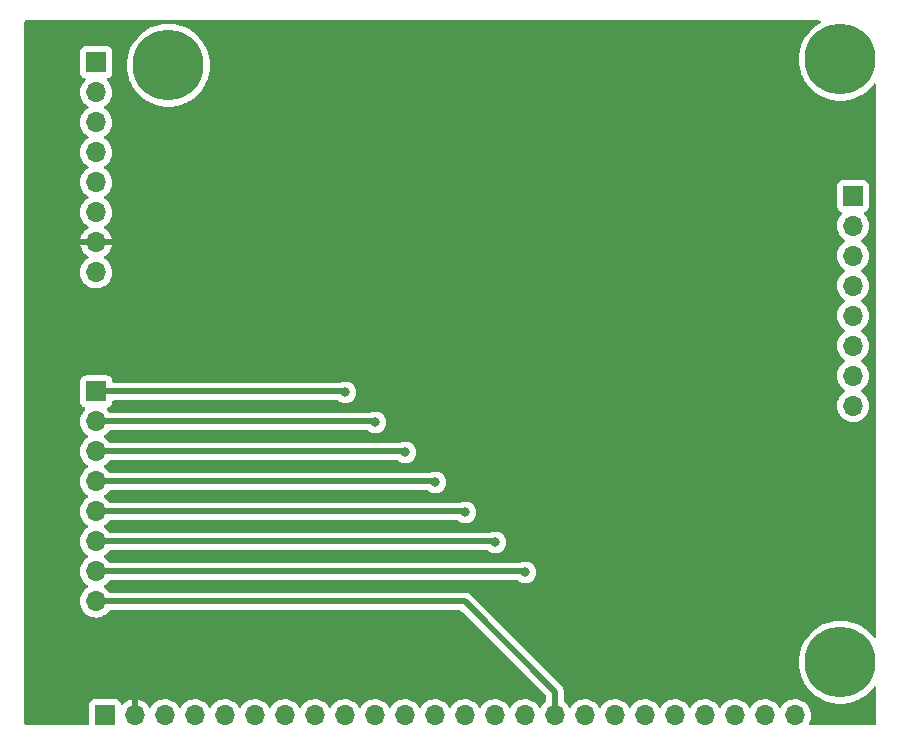
<source format=gbr>
%TF.GenerationSoftware,KiCad,Pcbnew,(6.0.0-0)*%
%TF.CreationDate,2022-10-19T23:34:27-04:00*%
%TF.ProjectId,Backplane-Interrupt-Handler,4261636b-706c-4616-9e65-2d496e746572,rev?*%
%TF.SameCoordinates,Original*%
%TF.FileFunction,Copper,L2,Bot*%
%TF.FilePolarity,Positive*%
%FSLAX46Y46*%
G04 Gerber Fmt 4.6, Leading zero omitted, Abs format (unit mm)*
G04 Created by KiCad (PCBNEW (6.0.0-0)) date 2022-10-19 23:34:27*
%MOMM*%
%LPD*%
G01*
G04 APERTURE LIST*
%TA.AperFunction,ComponentPad*%
%ADD10C,0.800000*%
%TD*%
%TA.AperFunction,ComponentPad*%
%ADD11C,6.000000*%
%TD*%
%TA.AperFunction,ComponentPad*%
%ADD12R,1.700000X1.700000*%
%TD*%
%TA.AperFunction,ComponentPad*%
%ADD13O,1.700000X1.700000*%
%TD*%
%TA.AperFunction,ViaPad*%
%ADD14C,0.800000*%
%TD*%
%TA.AperFunction,Conductor*%
%ADD15C,0.500000*%
%TD*%
G04 APERTURE END LIST*
D10*
%TO.P,REF\u002A\u002A,1*%
%TO.N,N/C*%
X171383010Y-65852990D03*
X174564990Y-62671010D03*
X172974000Y-62012000D03*
D11*
X172974000Y-64262000D03*
D10*
X174564990Y-65852990D03*
X172974000Y-66512000D03*
X175224000Y-64262000D03*
X170724000Y-64262000D03*
X171383010Y-62671010D03*
%TD*%
%TO.P,REF\u002A\u002A,1*%
%TO.N,N/C*%
X171383010Y-116906990D03*
X174564990Y-113725010D03*
X172974000Y-113066000D03*
D11*
X172974000Y-115316000D03*
D10*
X174564990Y-116906990D03*
X172974000Y-117566000D03*
X175224000Y-115316000D03*
X170724000Y-115316000D03*
X171383010Y-113725010D03*
%TD*%
D12*
%TO.P,J3,1,Pin_1*%
%TO.N,BUS7*%
X109962000Y-92391000D03*
D13*
%TO.P,J3,2,Pin_2*%
%TO.N,BUS6*%
X109962000Y-94931000D03*
%TO.P,J3,3,Pin_3*%
%TO.N,BUS5*%
X109962000Y-97471000D03*
%TO.P,J3,4,Pin_4*%
%TO.N,BUS4*%
X109962000Y-100011000D03*
%TO.P,J3,5,Pin_5*%
%TO.N,BUS3*%
X109962000Y-102551000D03*
%TO.P,J3,6,Pin_6*%
%TO.N,BUS2*%
X109962000Y-105091000D03*
%TO.P,J3,7,Pin_7*%
%TO.N,BUS1*%
X109962000Y-107631000D03*
%TO.P,J3,8,Pin_8*%
%TO.N,BUS0*%
X109962000Y-110171000D03*
%TD*%
D12*
%TO.P,J2,1,Pin_1*%
%TO.N,VCC*%
X110704000Y-119806000D03*
D13*
%TO.P,J2,2,Pin_2*%
%TO.N,GND*%
X113244000Y-119806000D03*
%TO.P,J2,3,Pin_3*%
%TO.N,CLOCK*%
X115784000Y-119806000D03*
%TO.P,J2,4,Pin_4*%
%TO.N,~{EN}*%
X118324000Y-119806000D03*
%TO.P,J2,5,Pin_5*%
%TO.N,REG_SEL*%
X120864000Y-119806000D03*
%TO.P,J2,6,Pin_6*%
%TO.N,~{READ}*%
X123404000Y-119806000D03*
%TO.P,J2,7,Pin_7*%
%TO.N,~{WRITE}*%
X125944000Y-119806000D03*
%TO.P,J2,8,Pin_8*%
%TO.N,~{IREQ}*%
X128484000Y-119806000D03*
%TO.P,J2,9,Pin_9*%
%TO.N,BUS7*%
X131024000Y-119806000D03*
%TO.P,J2,10,Pin_10*%
%TO.N,BUS6*%
X133564000Y-119806000D03*
%TO.P,J2,11,Pin_11*%
%TO.N,BUS5*%
X136104000Y-119806000D03*
%TO.P,J2,12,Pin_12*%
%TO.N,BUS4*%
X138644000Y-119806000D03*
%TO.P,J2,13,Pin_13*%
%TO.N,BUS3*%
X141184000Y-119806000D03*
%TO.P,J2,14,Pin_14*%
%TO.N,BUS2*%
X143724000Y-119806000D03*
%TO.P,J2,15,Pin_15*%
%TO.N,BUS1*%
X146264000Y-119806000D03*
%TO.P,J2,16,Pin_16*%
%TO.N,BUS0*%
X148804000Y-119806000D03*
%TO.P,J2,17,Pin_17*%
%TO.N,~{IRQ7}*%
X151344000Y-119806000D03*
%TO.P,J2,18,Pin_18*%
%TO.N,~{IRQ6}*%
X153884000Y-119806000D03*
%TO.P,J2,19,Pin_19*%
%TO.N,~{IRQ5}*%
X156424000Y-119806000D03*
%TO.P,J2,20,Pin_20*%
%TO.N,~{IRQ4}*%
X158964000Y-119806000D03*
%TO.P,J2,21,Pin_21*%
%TO.N,~{IRQ3}*%
X161504000Y-119806000D03*
%TO.P,J2,22,Pin_22*%
%TO.N,~{IRQ2}*%
X164044000Y-119806000D03*
%TO.P,J2,23,Pin_23*%
%TO.N,~{IRQ1}*%
X166584000Y-119806000D03*
%TO.P,J2,24,Pin_24*%
%TO.N,~{IRQ0}*%
X169124000Y-119806000D03*
%TD*%
D12*
%TO.P,J1,1,Pin_1*%
%TO.N,~{IREQ}*%
X109962000Y-64516000D03*
D13*
%TO.P,J1,2,Pin_2*%
%TO.N,~{WRITE}*%
X109962000Y-67056000D03*
%TO.P,J1,3,Pin_3*%
%TO.N,~{READ}*%
X109962000Y-69596000D03*
%TO.P,J1,4,Pin_4*%
%TO.N,REG_SEL*%
X109962000Y-72136000D03*
%TO.P,J1,5,Pin_5*%
%TO.N,~{EN}*%
X109962000Y-74676000D03*
%TO.P,J1,6,Pin_6*%
%TO.N,CLOCK*%
X109962000Y-77216000D03*
%TO.P,J1,7,Pin_7*%
%TO.N,GND*%
X109962000Y-79756000D03*
%TO.P,J1,8,Pin_8*%
%TO.N,VCC*%
X109962000Y-82296000D03*
%TD*%
D10*
%TO.P,REF\u002A\u002A,1*%
%TO.N,N/C*%
X114487010Y-66360990D03*
X117668990Y-63179010D03*
X116078000Y-62520000D03*
D11*
X116078000Y-64770000D03*
D10*
X117668990Y-66360990D03*
X116078000Y-67020000D03*
X118328000Y-64770000D03*
X113828000Y-64770000D03*
X114487010Y-63179010D03*
%TD*%
D12*
%TO.P,J4,1,Pin_1*%
%TO.N,~{IRQ7}*%
X174040000Y-75831000D03*
D13*
%TO.P,J4,2,Pin_2*%
%TO.N,~{IRQ6}*%
X174040000Y-78371000D03*
%TO.P,J4,3,Pin_3*%
%TO.N,~{IRQ5}*%
X174040000Y-80911000D03*
%TO.P,J4,4,Pin_4*%
%TO.N,~{IRQ4}*%
X174040000Y-83451000D03*
%TO.P,J4,5,Pin_5*%
%TO.N,~{IRQ3}*%
X174040000Y-85991000D03*
%TO.P,J4,6,Pin_6*%
%TO.N,~{IRQ2}*%
X174040000Y-88531000D03*
%TO.P,J4,7,Pin_7*%
%TO.N,~{IRQ1}*%
X174040000Y-91071000D03*
%TO.P,J4,8,Pin_8*%
%TO.N,~{IRQ0}*%
X174040000Y-93611000D03*
%TD*%
D14*
%TO.N,BUS7*%
X131064000Y-92456000D03*
%TO.N,BUS6*%
X133604000Y-94996000D03*
%TO.N,BUS5*%
X136144000Y-97536000D03*
%TO.N,BUS4*%
X138684000Y-100076000D03*
%TO.N,BUS3*%
X141224000Y-102616000D03*
%TO.N,BUS2*%
X143764000Y-105156000D03*
%TO.N,BUS1*%
X146304000Y-107696000D03*
%TD*%
D15*
%TO.N,BUS7*%
X130999000Y-92391000D02*
X109962000Y-92391000D01*
X131064000Y-92456000D02*
X130999000Y-92391000D01*
%TO.N,BUS6*%
X133539000Y-94931000D02*
X133604000Y-94996000D01*
X109962000Y-94931000D02*
X133539000Y-94931000D01*
%TO.N,BUS5*%
X136079000Y-97471000D02*
X109962000Y-97471000D01*
X136144000Y-97536000D02*
X136079000Y-97471000D01*
%TO.N,BUS4*%
X109962000Y-100011000D02*
X138619000Y-100011000D01*
X138619000Y-100011000D02*
X138684000Y-100076000D01*
%TO.N,BUS3*%
X109962000Y-102551000D02*
X141159000Y-102551000D01*
X141159000Y-102551000D02*
X141224000Y-102616000D01*
%TO.N,BUS2*%
X109962000Y-105091000D02*
X143699000Y-105091000D01*
X143699000Y-105091000D02*
X143764000Y-105156000D01*
%TO.N,BUS1*%
X109962000Y-107631000D02*
X146239000Y-107631000D01*
X146239000Y-107631000D02*
X146304000Y-107696000D01*
%TO.N,BUS0*%
X148804000Y-117816000D02*
X148804000Y-119806000D01*
X141159000Y-110171000D02*
X148804000Y-117816000D01*
X109962000Y-110171000D02*
X141159000Y-110171000D01*
%TD*%
%TA.AperFunction,Conductor*%
%TO.N,GND*%
G36*
X171269698Y-60980002D02*
G01*
X171316191Y-61033658D01*
X171326295Y-61103932D01*
X171296801Y-61168512D01*
X171258779Y-61198267D01*
X171220292Y-61217877D01*
X171220286Y-61217880D01*
X171217343Y-61219380D01*
X171214577Y-61221176D01*
X171214574Y-61221178D01*
X171129470Y-61276445D01*
X170908925Y-61419668D01*
X170623133Y-61651098D01*
X170363098Y-61911133D01*
X170131668Y-62196925D01*
X169931380Y-62505343D01*
X169929885Y-62508277D01*
X169929881Y-62508284D01*
X169828274Y-62707700D01*
X169764427Y-62833006D01*
X169763243Y-62836091D01*
X169637273Y-63164255D01*
X169632639Y-63176326D01*
X169537459Y-63531541D01*
X169479931Y-63894759D01*
X169460685Y-64262000D01*
X169479931Y-64629241D01*
X169537459Y-64992459D01*
X169632639Y-65347674D01*
X169633824Y-65350762D01*
X169633825Y-65350764D01*
X169679004Y-65468460D01*
X169764427Y-65690994D01*
X169765925Y-65693934D01*
X169926000Y-66008098D01*
X169931380Y-66018657D01*
X170131668Y-66327075D01*
X170363098Y-66612867D01*
X170623133Y-66872902D01*
X170908925Y-67104332D01*
X170911700Y-67106134D01*
X171134416Y-67250767D01*
X171217342Y-67304620D01*
X171220276Y-67306115D01*
X171220283Y-67306119D01*
X171371146Y-67382987D01*
X171545006Y-67471573D01*
X171888326Y-67603361D01*
X172243541Y-67698541D01*
X172436558Y-67729112D01*
X172603511Y-67755555D01*
X172603519Y-67755556D01*
X172606759Y-67756069D01*
X172974000Y-67775315D01*
X173341241Y-67756069D01*
X173344481Y-67755556D01*
X173344489Y-67755555D01*
X173511442Y-67729112D01*
X173704459Y-67698541D01*
X174059674Y-67603361D01*
X174402994Y-67471573D01*
X174576854Y-67382987D01*
X174727717Y-67306119D01*
X174727724Y-67306115D01*
X174730658Y-67304620D01*
X174813585Y-67250767D01*
X175036300Y-67106134D01*
X175039075Y-67104332D01*
X175324867Y-66872902D01*
X175584902Y-66612867D01*
X175798081Y-66349614D01*
X175856494Y-66309262D01*
X175927451Y-66306896D01*
X175988423Y-66343269D01*
X176020051Y-66406831D01*
X176022000Y-66428908D01*
X176022000Y-113149092D01*
X176001998Y-113217213D01*
X175948342Y-113263706D01*
X175878068Y-113273810D01*
X175813488Y-113244316D01*
X175798080Y-113228386D01*
X175789033Y-113217213D01*
X175584902Y-112965133D01*
X175324867Y-112705098D01*
X175039075Y-112473668D01*
X174730658Y-112273380D01*
X174727724Y-112271885D01*
X174727717Y-112271881D01*
X174405934Y-112107925D01*
X174402994Y-112106427D01*
X174059674Y-111974639D01*
X173704459Y-111879459D01*
X173511442Y-111848888D01*
X173344489Y-111822445D01*
X173344481Y-111822444D01*
X173341241Y-111821931D01*
X172974000Y-111802685D01*
X172606759Y-111821931D01*
X172603519Y-111822444D01*
X172603511Y-111822445D01*
X172436558Y-111848888D01*
X172243541Y-111879459D01*
X171888326Y-111974639D01*
X171545006Y-112106427D01*
X171542066Y-112107925D01*
X171220284Y-112271881D01*
X171220277Y-112271885D01*
X171217343Y-112273380D01*
X170908925Y-112473668D01*
X170623133Y-112705098D01*
X170363098Y-112965133D01*
X170131668Y-113250925D01*
X169931380Y-113559343D01*
X169929885Y-113562277D01*
X169929881Y-113562284D01*
X169765925Y-113884066D01*
X169764427Y-113887006D01*
X169632639Y-114230326D01*
X169537459Y-114585541D01*
X169479931Y-114948759D01*
X169460685Y-115316000D01*
X169479931Y-115683241D01*
X169537459Y-116046459D01*
X169632639Y-116401674D01*
X169764427Y-116744994D01*
X169765925Y-116747934D01*
X169926000Y-117062098D01*
X169931380Y-117072657D01*
X170131668Y-117381075D01*
X170363098Y-117666867D01*
X170623133Y-117926902D01*
X170908925Y-118158332D01*
X171217342Y-118358620D01*
X171220276Y-118360115D01*
X171220283Y-118360119D01*
X171505385Y-118505385D01*
X171545006Y-118525573D01*
X171705962Y-118587358D01*
X171883770Y-118655612D01*
X171888326Y-118657361D01*
X172243541Y-118752541D01*
X172436558Y-118783112D01*
X172603511Y-118809555D01*
X172603519Y-118809556D01*
X172606759Y-118810069D01*
X172974000Y-118829315D01*
X173341241Y-118810069D01*
X173344481Y-118809556D01*
X173344489Y-118809555D01*
X173511442Y-118783112D01*
X173704459Y-118752541D01*
X174059674Y-118657361D01*
X174064231Y-118655612D01*
X174242038Y-118587358D01*
X174402994Y-118525573D01*
X174442615Y-118505385D01*
X174727717Y-118360119D01*
X174727724Y-118360115D01*
X174730658Y-118358620D01*
X175039075Y-118158332D01*
X175324867Y-117926902D01*
X175584902Y-117666867D01*
X175798081Y-117403614D01*
X175856494Y-117363262D01*
X175927451Y-117360896D01*
X175988423Y-117397269D01*
X176020051Y-117460831D01*
X176022000Y-117482908D01*
X176022000Y-120524000D01*
X176001998Y-120592121D01*
X175948342Y-120638614D01*
X175896000Y-120650000D01*
X170425132Y-120650000D01*
X170357011Y-120629998D01*
X170310518Y-120576342D01*
X170300414Y-120506068D01*
X170312174Y-120468174D01*
X170391430Y-120307811D01*
X170456370Y-120094069D01*
X170485529Y-119872590D01*
X170487156Y-119806000D01*
X170468852Y-119583361D01*
X170414431Y-119366702D01*
X170325354Y-119161840D01*
X170204014Y-118974277D01*
X170053670Y-118809051D01*
X170049619Y-118805852D01*
X170049615Y-118805848D01*
X169882414Y-118673800D01*
X169882410Y-118673798D01*
X169878359Y-118670598D01*
X169842028Y-118650542D01*
X169826136Y-118641769D01*
X169682789Y-118562638D01*
X169677920Y-118560914D01*
X169677916Y-118560912D01*
X169477087Y-118489795D01*
X169477083Y-118489794D01*
X169472212Y-118488069D01*
X169467119Y-118487162D01*
X169467116Y-118487161D01*
X169257373Y-118449800D01*
X169257367Y-118449799D01*
X169252284Y-118448894D01*
X169178452Y-118447992D01*
X169034081Y-118446228D01*
X169034079Y-118446228D01*
X169028911Y-118446165D01*
X168808091Y-118479955D01*
X168595756Y-118549357D01*
X168397607Y-118652507D01*
X168393474Y-118655610D01*
X168393471Y-118655612D01*
X168223100Y-118783530D01*
X168218965Y-118786635D01*
X168064629Y-118948138D01*
X167957201Y-119105621D01*
X167902293Y-119150621D01*
X167831768Y-119158792D01*
X167768021Y-119127538D01*
X167747324Y-119103054D01*
X167666822Y-118978617D01*
X167666820Y-118978614D01*
X167664014Y-118974277D01*
X167513670Y-118809051D01*
X167509619Y-118805852D01*
X167509615Y-118805848D01*
X167342414Y-118673800D01*
X167342410Y-118673798D01*
X167338359Y-118670598D01*
X167302028Y-118650542D01*
X167286136Y-118641769D01*
X167142789Y-118562638D01*
X167137920Y-118560914D01*
X167137916Y-118560912D01*
X166937087Y-118489795D01*
X166937083Y-118489794D01*
X166932212Y-118488069D01*
X166927119Y-118487162D01*
X166927116Y-118487161D01*
X166717373Y-118449800D01*
X166717367Y-118449799D01*
X166712284Y-118448894D01*
X166638452Y-118447992D01*
X166494081Y-118446228D01*
X166494079Y-118446228D01*
X166488911Y-118446165D01*
X166268091Y-118479955D01*
X166055756Y-118549357D01*
X165857607Y-118652507D01*
X165853474Y-118655610D01*
X165853471Y-118655612D01*
X165683100Y-118783530D01*
X165678965Y-118786635D01*
X165524629Y-118948138D01*
X165417201Y-119105621D01*
X165362293Y-119150621D01*
X165291768Y-119158792D01*
X165228021Y-119127538D01*
X165207324Y-119103054D01*
X165126822Y-118978617D01*
X165126820Y-118978614D01*
X165124014Y-118974277D01*
X164973670Y-118809051D01*
X164969619Y-118805852D01*
X164969615Y-118805848D01*
X164802414Y-118673800D01*
X164802410Y-118673798D01*
X164798359Y-118670598D01*
X164762028Y-118650542D01*
X164746136Y-118641769D01*
X164602789Y-118562638D01*
X164597920Y-118560914D01*
X164597916Y-118560912D01*
X164397087Y-118489795D01*
X164397083Y-118489794D01*
X164392212Y-118488069D01*
X164387119Y-118487162D01*
X164387116Y-118487161D01*
X164177373Y-118449800D01*
X164177367Y-118449799D01*
X164172284Y-118448894D01*
X164098452Y-118447992D01*
X163954081Y-118446228D01*
X163954079Y-118446228D01*
X163948911Y-118446165D01*
X163728091Y-118479955D01*
X163515756Y-118549357D01*
X163317607Y-118652507D01*
X163313474Y-118655610D01*
X163313471Y-118655612D01*
X163143100Y-118783530D01*
X163138965Y-118786635D01*
X162984629Y-118948138D01*
X162877201Y-119105621D01*
X162822293Y-119150621D01*
X162751768Y-119158792D01*
X162688021Y-119127538D01*
X162667324Y-119103054D01*
X162586822Y-118978617D01*
X162586820Y-118978614D01*
X162584014Y-118974277D01*
X162433670Y-118809051D01*
X162429619Y-118805852D01*
X162429615Y-118805848D01*
X162262414Y-118673800D01*
X162262410Y-118673798D01*
X162258359Y-118670598D01*
X162222028Y-118650542D01*
X162206136Y-118641769D01*
X162062789Y-118562638D01*
X162057920Y-118560914D01*
X162057916Y-118560912D01*
X161857087Y-118489795D01*
X161857083Y-118489794D01*
X161852212Y-118488069D01*
X161847119Y-118487162D01*
X161847116Y-118487161D01*
X161637373Y-118449800D01*
X161637367Y-118449799D01*
X161632284Y-118448894D01*
X161558452Y-118447992D01*
X161414081Y-118446228D01*
X161414079Y-118446228D01*
X161408911Y-118446165D01*
X161188091Y-118479955D01*
X160975756Y-118549357D01*
X160777607Y-118652507D01*
X160773474Y-118655610D01*
X160773471Y-118655612D01*
X160603100Y-118783530D01*
X160598965Y-118786635D01*
X160444629Y-118948138D01*
X160337201Y-119105621D01*
X160282293Y-119150621D01*
X160211768Y-119158792D01*
X160148021Y-119127538D01*
X160127324Y-119103054D01*
X160046822Y-118978617D01*
X160046820Y-118978614D01*
X160044014Y-118974277D01*
X159893670Y-118809051D01*
X159889619Y-118805852D01*
X159889615Y-118805848D01*
X159722414Y-118673800D01*
X159722410Y-118673798D01*
X159718359Y-118670598D01*
X159682028Y-118650542D01*
X159666136Y-118641769D01*
X159522789Y-118562638D01*
X159517920Y-118560914D01*
X159517916Y-118560912D01*
X159317087Y-118489795D01*
X159317083Y-118489794D01*
X159312212Y-118488069D01*
X159307119Y-118487162D01*
X159307116Y-118487161D01*
X159097373Y-118449800D01*
X159097367Y-118449799D01*
X159092284Y-118448894D01*
X159018452Y-118447992D01*
X158874081Y-118446228D01*
X158874079Y-118446228D01*
X158868911Y-118446165D01*
X158648091Y-118479955D01*
X158435756Y-118549357D01*
X158237607Y-118652507D01*
X158233474Y-118655610D01*
X158233471Y-118655612D01*
X158063100Y-118783530D01*
X158058965Y-118786635D01*
X157904629Y-118948138D01*
X157797201Y-119105621D01*
X157742293Y-119150621D01*
X157671768Y-119158792D01*
X157608021Y-119127538D01*
X157587324Y-119103054D01*
X157506822Y-118978617D01*
X157506820Y-118978614D01*
X157504014Y-118974277D01*
X157353670Y-118809051D01*
X157349619Y-118805852D01*
X157349615Y-118805848D01*
X157182414Y-118673800D01*
X157182410Y-118673798D01*
X157178359Y-118670598D01*
X157142028Y-118650542D01*
X157126136Y-118641769D01*
X156982789Y-118562638D01*
X156977920Y-118560914D01*
X156977916Y-118560912D01*
X156777087Y-118489795D01*
X156777083Y-118489794D01*
X156772212Y-118488069D01*
X156767119Y-118487162D01*
X156767116Y-118487161D01*
X156557373Y-118449800D01*
X156557367Y-118449799D01*
X156552284Y-118448894D01*
X156478452Y-118447992D01*
X156334081Y-118446228D01*
X156334079Y-118446228D01*
X156328911Y-118446165D01*
X156108091Y-118479955D01*
X155895756Y-118549357D01*
X155697607Y-118652507D01*
X155693474Y-118655610D01*
X155693471Y-118655612D01*
X155523100Y-118783530D01*
X155518965Y-118786635D01*
X155364629Y-118948138D01*
X155257201Y-119105621D01*
X155202293Y-119150621D01*
X155131768Y-119158792D01*
X155068021Y-119127538D01*
X155047324Y-119103054D01*
X154966822Y-118978617D01*
X154966820Y-118978614D01*
X154964014Y-118974277D01*
X154813670Y-118809051D01*
X154809619Y-118805852D01*
X154809615Y-118805848D01*
X154642414Y-118673800D01*
X154642410Y-118673798D01*
X154638359Y-118670598D01*
X154602028Y-118650542D01*
X154586136Y-118641769D01*
X154442789Y-118562638D01*
X154437920Y-118560914D01*
X154437916Y-118560912D01*
X154237087Y-118489795D01*
X154237083Y-118489794D01*
X154232212Y-118488069D01*
X154227119Y-118487162D01*
X154227116Y-118487161D01*
X154017373Y-118449800D01*
X154017367Y-118449799D01*
X154012284Y-118448894D01*
X153938452Y-118447992D01*
X153794081Y-118446228D01*
X153794079Y-118446228D01*
X153788911Y-118446165D01*
X153568091Y-118479955D01*
X153355756Y-118549357D01*
X153157607Y-118652507D01*
X153153474Y-118655610D01*
X153153471Y-118655612D01*
X152983100Y-118783530D01*
X152978965Y-118786635D01*
X152824629Y-118948138D01*
X152717201Y-119105621D01*
X152662293Y-119150621D01*
X152591768Y-119158792D01*
X152528021Y-119127538D01*
X152507324Y-119103054D01*
X152426822Y-118978617D01*
X152426820Y-118978614D01*
X152424014Y-118974277D01*
X152273670Y-118809051D01*
X152269619Y-118805852D01*
X152269615Y-118805848D01*
X152102414Y-118673800D01*
X152102410Y-118673798D01*
X152098359Y-118670598D01*
X152062028Y-118650542D01*
X152046136Y-118641769D01*
X151902789Y-118562638D01*
X151897920Y-118560914D01*
X151897916Y-118560912D01*
X151697087Y-118489795D01*
X151697083Y-118489794D01*
X151692212Y-118488069D01*
X151687119Y-118487162D01*
X151687116Y-118487161D01*
X151477373Y-118449800D01*
X151477367Y-118449799D01*
X151472284Y-118448894D01*
X151398452Y-118447992D01*
X151254081Y-118446228D01*
X151254079Y-118446228D01*
X151248911Y-118446165D01*
X151028091Y-118479955D01*
X150815756Y-118549357D01*
X150617607Y-118652507D01*
X150613474Y-118655610D01*
X150613471Y-118655612D01*
X150443100Y-118783530D01*
X150438965Y-118786635D01*
X150284629Y-118948138D01*
X150177201Y-119105621D01*
X150122293Y-119150621D01*
X150051768Y-119158792D01*
X149988021Y-119127538D01*
X149967324Y-119103054D01*
X149886822Y-118978617D01*
X149886820Y-118978614D01*
X149884014Y-118974277D01*
X149733670Y-118809051D01*
X149729615Y-118805848D01*
X149610407Y-118711703D01*
X149569345Y-118653785D01*
X149562500Y-118612821D01*
X149562500Y-117883070D01*
X149563933Y-117864120D01*
X149566099Y-117849885D01*
X149566099Y-117849881D01*
X149567199Y-117842651D01*
X149562915Y-117789982D01*
X149562500Y-117779767D01*
X149562500Y-117771707D01*
X149559209Y-117743480D01*
X149558778Y-117739121D01*
X149553454Y-117673662D01*
X149553453Y-117673659D01*
X149552860Y-117666364D01*
X149550604Y-117659400D01*
X149549417Y-117653461D01*
X149548030Y-117647590D01*
X149547182Y-117640319D01*
X149544686Y-117633443D01*
X149544684Y-117633434D01*
X149522275Y-117571702D01*
X149520865Y-117567598D01*
X149498352Y-117498101D01*
X149494556Y-117491846D01*
X149492057Y-117486387D01*
X149489329Y-117480939D01*
X149486833Y-117474063D01*
X149446805Y-117413010D01*
X149444481Y-117409327D01*
X149409504Y-117351686D01*
X149409501Y-117351682D01*
X149406595Y-117346893D01*
X149402886Y-117342694D01*
X149402883Y-117342689D01*
X149399197Y-117338516D01*
X149399224Y-117338492D01*
X149396571Y-117335500D01*
X149393868Y-117332267D01*
X149389856Y-117326148D01*
X149333617Y-117272872D01*
X149331175Y-117270494D01*
X141742770Y-109682089D01*
X141730384Y-109667677D01*
X141721851Y-109656082D01*
X141721846Y-109656077D01*
X141717508Y-109650182D01*
X141711930Y-109645443D01*
X141711927Y-109645440D01*
X141677232Y-109615965D01*
X141669716Y-109609035D01*
X141664021Y-109603340D01*
X141657880Y-109598482D01*
X141641749Y-109585719D01*
X141638345Y-109582928D01*
X141588297Y-109540409D01*
X141588295Y-109540408D01*
X141582715Y-109535667D01*
X141576199Y-109532339D01*
X141571150Y-109528972D01*
X141566021Y-109525805D01*
X141560284Y-109521266D01*
X141494125Y-109490345D01*
X141490225Y-109488439D01*
X141425192Y-109455231D01*
X141418084Y-109453492D01*
X141412441Y-109451393D01*
X141406678Y-109449476D01*
X141400050Y-109446378D01*
X141328583Y-109431513D01*
X141324299Y-109430543D01*
X141253390Y-109413192D01*
X141247788Y-109412844D01*
X141247785Y-109412844D01*
X141242236Y-109412500D01*
X141242238Y-109412464D01*
X141238245Y-109412225D01*
X141234053Y-109411851D01*
X141226885Y-109410360D01*
X141160675Y-109412151D01*
X141149479Y-109412454D01*
X141146072Y-109412500D01*
X111157939Y-109412500D01*
X111089818Y-109392498D01*
X111052147Y-109354941D01*
X111044818Y-109343612D01*
X111042014Y-109339277D01*
X110891670Y-109174051D01*
X110887619Y-109170852D01*
X110887615Y-109170848D01*
X110720414Y-109038800D01*
X110720410Y-109038798D01*
X110716359Y-109035598D01*
X110675053Y-109012796D01*
X110625084Y-108962364D01*
X110610312Y-108892921D01*
X110635428Y-108826516D01*
X110662780Y-108799909D01*
X110706603Y-108768650D01*
X110841860Y-108672173D01*
X111000096Y-108514489D01*
X111052203Y-108441974D01*
X111108198Y-108398326D01*
X111154526Y-108389500D01*
X145671949Y-108389500D01*
X145740070Y-108409502D01*
X145746010Y-108413564D01*
X145777012Y-108436088D01*
X145847248Y-108487118D01*
X145853276Y-108489802D01*
X145853278Y-108489803D01*
X145916918Y-108518137D01*
X146021712Y-108564794D01*
X146115113Y-108584647D01*
X146202056Y-108603128D01*
X146202061Y-108603128D01*
X146208513Y-108604500D01*
X146399487Y-108604500D01*
X146405939Y-108603128D01*
X146405944Y-108603128D01*
X146492888Y-108584647D01*
X146586288Y-108564794D01*
X146691082Y-108518137D01*
X146754722Y-108489803D01*
X146754724Y-108489802D01*
X146760752Y-108487118D01*
X146915253Y-108374866D01*
X147043040Y-108232944D01*
X147138527Y-108067556D01*
X147197542Y-107885928D01*
X147217504Y-107696000D01*
X147197542Y-107506072D01*
X147138527Y-107324444D01*
X147043040Y-107159056D01*
X146915253Y-107017134D01*
X146760752Y-106904882D01*
X146754724Y-106902198D01*
X146754722Y-106902197D01*
X146592319Y-106829891D01*
X146592318Y-106829891D01*
X146586288Y-106827206D01*
X146475288Y-106803612D01*
X146405944Y-106788872D01*
X146405939Y-106788872D01*
X146399487Y-106787500D01*
X146208513Y-106787500D01*
X146202061Y-106788872D01*
X146202056Y-106788872D01*
X146132712Y-106803612D01*
X146021712Y-106827206D01*
X146015682Y-106829891D01*
X146015681Y-106829891D01*
X145944446Y-106861607D01*
X145893197Y-106872500D01*
X111157939Y-106872500D01*
X111089818Y-106852498D01*
X111052147Y-106814941D01*
X111044818Y-106803612D01*
X111042014Y-106799277D01*
X110891670Y-106634051D01*
X110887619Y-106630852D01*
X110887615Y-106630848D01*
X110720414Y-106498800D01*
X110720410Y-106498798D01*
X110716359Y-106495598D01*
X110675053Y-106472796D01*
X110625084Y-106422364D01*
X110610312Y-106352921D01*
X110635428Y-106286516D01*
X110662780Y-106259909D01*
X110706603Y-106228650D01*
X110841860Y-106132173D01*
X111000096Y-105974489D01*
X111052203Y-105901974D01*
X111108198Y-105858326D01*
X111154526Y-105849500D01*
X143131949Y-105849500D01*
X143200070Y-105869502D01*
X143206010Y-105873564D01*
X143237012Y-105896088D01*
X143307248Y-105947118D01*
X143313276Y-105949802D01*
X143313278Y-105949803D01*
X143376918Y-105978137D01*
X143481712Y-106024794D01*
X143575113Y-106044647D01*
X143662056Y-106063128D01*
X143662061Y-106063128D01*
X143668513Y-106064500D01*
X143859487Y-106064500D01*
X143865939Y-106063128D01*
X143865944Y-106063128D01*
X143952887Y-106044647D01*
X144046288Y-106024794D01*
X144151082Y-105978137D01*
X144214722Y-105949803D01*
X144214724Y-105949802D01*
X144220752Y-105947118D01*
X144375253Y-105834866D01*
X144503040Y-105692944D01*
X144598527Y-105527556D01*
X144657542Y-105345928D01*
X144677504Y-105156000D01*
X144657542Y-104966072D01*
X144598527Y-104784444D01*
X144503040Y-104619056D01*
X144375253Y-104477134D01*
X144220752Y-104364882D01*
X144214724Y-104362198D01*
X144214722Y-104362197D01*
X144052319Y-104289891D01*
X144052318Y-104289891D01*
X144046288Y-104287206D01*
X143935288Y-104263612D01*
X143865944Y-104248872D01*
X143865939Y-104248872D01*
X143859487Y-104247500D01*
X143668513Y-104247500D01*
X143662061Y-104248872D01*
X143662056Y-104248872D01*
X143592712Y-104263612D01*
X143481712Y-104287206D01*
X143475682Y-104289891D01*
X143475681Y-104289891D01*
X143404446Y-104321607D01*
X143353197Y-104332500D01*
X111157939Y-104332500D01*
X111089818Y-104312498D01*
X111052147Y-104274941D01*
X111044818Y-104263612D01*
X111042014Y-104259277D01*
X110891670Y-104094051D01*
X110887619Y-104090852D01*
X110887615Y-104090848D01*
X110720414Y-103958800D01*
X110720410Y-103958798D01*
X110716359Y-103955598D01*
X110675053Y-103932796D01*
X110625084Y-103882364D01*
X110610312Y-103812921D01*
X110635428Y-103746516D01*
X110662780Y-103719909D01*
X110706603Y-103688650D01*
X110841860Y-103592173D01*
X111000096Y-103434489D01*
X111052203Y-103361974D01*
X111108198Y-103318326D01*
X111154526Y-103309500D01*
X140591949Y-103309500D01*
X140660070Y-103329502D01*
X140666010Y-103333564D01*
X140697012Y-103356088D01*
X140767248Y-103407118D01*
X140773276Y-103409802D01*
X140773278Y-103409803D01*
X140836918Y-103438137D01*
X140941712Y-103484794D01*
X141035113Y-103504647D01*
X141122056Y-103523128D01*
X141122061Y-103523128D01*
X141128513Y-103524500D01*
X141319487Y-103524500D01*
X141325939Y-103523128D01*
X141325944Y-103523128D01*
X141412888Y-103504647D01*
X141506288Y-103484794D01*
X141611082Y-103438137D01*
X141674722Y-103409803D01*
X141674724Y-103409802D01*
X141680752Y-103407118D01*
X141835253Y-103294866D01*
X141963040Y-103152944D01*
X142058527Y-102987556D01*
X142117542Y-102805928D01*
X142137504Y-102616000D01*
X142117542Y-102426072D01*
X142058527Y-102244444D01*
X141963040Y-102079056D01*
X141835253Y-101937134D01*
X141680752Y-101824882D01*
X141674724Y-101822198D01*
X141674722Y-101822197D01*
X141512319Y-101749891D01*
X141512318Y-101749891D01*
X141506288Y-101747206D01*
X141395288Y-101723612D01*
X141325944Y-101708872D01*
X141325939Y-101708872D01*
X141319487Y-101707500D01*
X141128513Y-101707500D01*
X141122061Y-101708872D01*
X141122056Y-101708872D01*
X141052712Y-101723612D01*
X140941712Y-101747206D01*
X140935682Y-101749891D01*
X140935681Y-101749891D01*
X140864446Y-101781607D01*
X140813197Y-101792500D01*
X111157939Y-101792500D01*
X111089818Y-101772498D01*
X111052147Y-101734941D01*
X111044818Y-101723612D01*
X111042014Y-101719277D01*
X110891670Y-101554051D01*
X110887619Y-101550852D01*
X110887615Y-101550848D01*
X110720414Y-101418800D01*
X110720410Y-101418798D01*
X110716359Y-101415598D01*
X110675053Y-101392796D01*
X110625084Y-101342364D01*
X110610312Y-101272921D01*
X110635428Y-101206516D01*
X110662780Y-101179909D01*
X110706603Y-101148650D01*
X110841860Y-101052173D01*
X111000096Y-100894489D01*
X111052203Y-100821974D01*
X111108198Y-100778326D01*
X111154526Y-100769500D01*
X138051949Y-100769500D01*
X138120070Y-100789502D01*
X138126010Y-100793564D01*
X138157012Y-100816088D01*
X138227248Y-100867118D01*
X138233276Y-100869802D01*
X138233278Y-100869803D01*
X138296918Y-100898137D01*
X138401712Y-100944794D01*
X138495112Y-100964647D01*
X138582056Y-100983128D01*
X138582061Y-100983128D01*
X138588513Y-100984500D01*
X138779487Y-100984500D01*
X138785939Y-100983128D01*
X138785944Y-100983128D01*
X138872888Y-100964647D01*
X138966288Y-100944794D01*
X139071082Y-100898137D01*
X139134722Y-100869803D01*
X139134724Y-100869802D01*
X139140752Y-100867118D01*
X139295253Y-100754866D01*
X139423040Y-100612944D01*
X139518527Y-100447556D01*
X139577542Y-100265928D01*
X139597504Y-100076000D01*
X139577542Y-99886072D01*
X139518527Y-99704444D01*
X139423040Y-99539056D01*
X139295253Y-99397134D01*
X139140752Y-99284882D01*
X139134724Y-99282198D01*
X139134722Y-99282197D01*
X138972319Y-99209891D01*
X138972318Y-99209891D01*
X138966288Y-99207206D01*
X138855288Y-99183612D01*
X138785944Y-99168872D01*
X138785939Y-99168872D01*
X138779487Y-99167500D01*
X138588513Y-99167500D01*
X138582061Y-99168872D01*
X138582056Y-99168872D01*
X138512712Y-99183612D01*
X138401712Y-99207206D01*
X138395682Y-99209891D01*
X138395681Y-99209891D01*
X138324446Y-99241607D01*
X138273197Y-99252500D01*
X111157939Y-99252500D01*
X111089818Y-99232498D01*
X111052147Y-99194941D01*
X111044818Y-99183612D01*
X111042014Y-99179277D01*
X110891670Y-99014051D01*
X110887619Y-99010852D01*
X110887615Y-99010848D01*
X110720414Y-98878800D01*
X110720410Y-98878798D01*
X110716359Y-98875598D01*
X110675053Y-98852796D01*
X110625084Y-98802364D01*
X110610312Y-98732921D01*
X110635428Y-98666516D01*
X110662780Y-98639909D01*
X110706603Y-98608650D01*
X110841860Y-98512173D01*
X111000096Y-98354489D01*
X111052203Y-98281974D01*
X111108198Y-98238326D01*
X111154526Y-98229500D01*
X135511949Y-98229500D01*
X135580070Y-98249502D01*
X135586010Y-98253564D01*
X135617012Y-98276088D01*
X135687248Y-98327118D01*
X135693276Y-98329802D01*
X135693278Y-98329803D01*
X135756918Y-98358137D01*
X135861712Y-98404794D01*
X135955112Y-98424647D01*
X136042056Y-98443128D01*
X136042061Y-98443128D01*
X136048513Y-98444500D01*
X136239487Y-98444500D01*
X136245939Y-98443128D01*
X136245944Y-98443128D01*
X136332888Y-98424647D01*
X136426288Y-98404794D01*
X136531082Y-98358137D01*
X136594722Y-98329803D01*
X136594724Y-98329802D01*
X136600752Y-98327118D01*
X136755253Y-98214866D01*
X136883040Y-98072944D01*
X136978527Y-97907556D01*
X137037542Y-97725928D01*
X137057504Y-97536000D01*
X137037542Y-97346072D01*
X136978527Y-97164444D01*
X136883040Y-96999056D01*
X136755253Y-96857134D01*
X136600752Y-96744882D01*
X136594724Y-96742198D01*
X136594722Y-96742197D01*
X136432319Y-96669891D01*
X136432318Y-96669891D01*
X136426288Y-96667206D01*
X136315288Y-96643612D01*
X136245944Y-96628872D01*
X136245939Y-96628872D01*
X136239487Y-96627500D01*
X136048513Y-96627500D01*
X136042061Y-96628872D01*
X136042056Y-96628872D01*
X135972712Y-96643612D01*
X135861712Y-96667206D01*
X135855682Y-96669891D01*
X135855681Y-96669891D01*
X135784446Y-96701607D01*
X135733197Y-96712500D01*
X111157939Y-96712500D01*
X111089818Y-96692498D01*
X111052147Y-96654941D01*
X111044818Y-96643612D01*
X111042014Y-96639277D01*
X110891670Y-96474051D01*
X110887619Y-96470852D01*
X110887615Y-96470848D01*
X110720414Y-96338800D01*
X110720410Y-96338798D01*
X110716359Y-96335598D01*
X110675053Y-96312796D01*
X110625084Y-96262364D01*
X110610312Y-96192921D01*
X110635428Y-96126516D01*
X110662780Y-96099909D01*
X110706603Y-96068650D01*
X110841860Y-95972173D01*
X111000096Y-95814489D01*
X111052203Y-95741974D01*
X111108198Y-95698326D01*
X111154526Y-95689500D01*
X132971949Y-95689500D01*
X133040070Y-95709502D01*
X133046010Y-95713564D01*
X133077012Y-95736088D01*
X133147248Y-95787118D01*
X133153276Y-95789802D01*
X133153278Y-95789803D01*
X133216918Y-95818137D01*
X133321712Y-95864794D01*
X133415112Y-95884647D01*
X133502056Y-95903128D01*
X133502061Y-95903128D01*
X133508513Y-95904500D01*
X133699487Y-95904500D01*
X133705939Y-95903128D01*
X133705944Y-95903128D01*
X133792888Y-95884647D01*
X133886288Y-95864794D01*
X133991082Y-95818137D01*
X134054722Y-95789803D01*
X134054724Y-95789802D01*
X134060752Y-95787118D01*
X134215253Y-95674866D01*
X134343040Y-95532944D01*
X134438527Y-95367556D01*
X134497542Y-95185928D01*
X134517504Y-94996000D01*
X134501337Y-94842181D01*
X134498232Y-94812635D01*
X134498232Y-94812633D01*
X134497542Y-94806072D01*
X134438527Y-94624444D01*
X134413463Y-94581031D01*
X134346341Y-94464774D01*
X134343040Y-94459056D01*
X134304352Y-94416088D01*
X134219675Y-94322045D01*
X134219674Y-94322044D01*
X134215253Y-94317134D01*
X134060752Y-94204882D01*
X134054724Y-94202198D01*
X134054722Y-94202197D01*
X133892319Y-94129891D01*
X133892318Y-94129891D01*
X133886288Y-94127206D01*
X133775288Y-94103612D01*
X133705944Y-94088872D01*
X133705939Y-94088872D01*
X133699487Y-94087500D01*
X133508513Y-94087500D01*
X133502061Y-94088872D01*
X133502056Y-94088872D01*
X133432712Y-94103612D01*
X133321712Y-94127206D01*
X133315682Y-94129891D01*
X133315681Y-94129891D01*
X133244446Y-94161607D01*
X133193197Y-94172500D01*
X111157939Y-94172500D01*
X111089818Y-94152498D01*
X111052147Y-94114941D01*
X111050770Y-94112811D01*
X111042014Y-94099277D01*
X111031298Y-94087500D01*
X110894798Y-93937488D01*
X110863746Y-93873642D01*
X110872141Y-93803143D01*
X110917317Y-93748375D01*
X110943761Y-93734706D01*
X111050297Y-93694767D01*
X111058705Y-93691615D01*
X111175261Y-93604261D01*
X111195171Y-93577695D01*
X172677251Y-93577695D01*
X172677548Y-93582848D01*
X172677548Y-93582851D01*
X172687092Y-93748375D01*
X172690110Y-93800715D01*
X172691247Y-93805761D01*
X172691248Y-93805767D01*
X172700031Y-93844738D01*
X172739222Y-94018639D01*
X172793576Y-94152498D01*
X172813757Y-94202197D01*
X172823266Y-94225616D01*
X172939987Y-94416088D01*
X173086250Y-94584938D01*
X173258126Y-94727632D01*
X173451000Y-94840338D01*
X173659692Y-94920030D01*
X173664760Y-94921061D01*
X173664763Y-94921062D01*
X173772017Y-94942883D01*
X173878597Y-94964567D01*
X173883772Y-94964757D01*
X173883774Y-94964757D01*
X174096673Y-94972564D01*
X174096677Y-94972564D01*
X174101837Y-94972753D01*
X174106957Y-94972097D01*
X174106959Y-94972097D01*
X174318288Y-94945025D01*
X174318289Y-94945025D01*
X174323416Y-94944368D01*
X174328366Y-94942883D01*
X174532429Y-94881661D01*
X174532434Y-94881659D01*
X174537384Y-94880174D01*
X174737994Y-94781896D01*
X174919860Y-94652173D01*
X175078096Y-94494489D01*
X175099073Y-94465297D01*
X175205435Y-94317277D01*
X175208453Y-94313077D01*
X175233512Y-94262375D01*
X175305136Y-94117453D01*
X175305137Y-94117451D01*
X175307430Y-94112811D01*
X175372370Y-93899069D01*
X175401529Y-93677590D01*
X175403156Y-93611000D01*
X175384852Y-93388361D01*
X175330431Y-93171702D01*
X175241354Y-92966840D01*
X175201906Y-92905862D01*
X175122822Y-92783617D01*
X175122820Y-92783614D01*
X175120014Y-92779277D01*
X174969670Y-92614051D01*
X174965619Y-92610852D01*
X174965615Y-92610848D01*
X174798414Y-92478800D01*
X174798410Y-92478798D01*
X174794359Y-92475598D01*
X174753053Y-92452796D01*
X174703084Y-92402364D01*
X174688312Y-92332921D01*
X174713428Y-92266516D01*
X174740780Y-92239909D01*
X174784603Y-92208650D01*
X174919860Y-92112173D01*
X175078096Y-91954489D01*
X175137594Y-91871689D01*
X175205435Y-91777277D01*
X175208453Y-91773077D01*
X175307430Y-91572811D01*
X175372370Y-91359069D01*
X175401529Y-91137590D01*
X175402551Y-91095771D01*
X175403074Y-91074365D01*
X175403074Y-91074361D01*
X175403156Y-91071000D01*
X175384852Y-90848361D01*
X175330431Y-90631702D01*
X175241354Y-90426840D01*
X175120014Y-90239277D01*
X174969670Y-90074051D01*
X174965619Y-90070852D01*
X174965615Y-90070848D01*
X174798414Y-89938800D01*
X174798410Y-89938798D01*
X174794359Y-89935598D01*
X174753053Y-89912796D01*
X174703084Y-89862364D01*
X174688312Y-89792921D01*
X174713428Y-89726516D01*
X174740780Y-89699909D01*
X174784603Y-89668650D01*
X174919860Y-89572173D01*
X175078096Y-89414489D01*
X175137594Y-89331689D01*
X175205435Y-89237277D01*
X175208453Y-89233077D01*
X175307430Y-89032811D01*
X175372370Y-88819069D01*
X175401529Y-88597590D01*
X175403156Y-88531000D01*
X175384852Y-88308361D01*
X175330431Y-88091702D01*
X175241354Y-87886840D01*
X175120014Y-87699277D01*
X174969670Y-87534051D01*
X174965619Y-87530852D01*
X174965615Y-87530848D01*
X174798414Y-87398800D01*
X174798410Y-87398798D01*
X174794359Y-87395598D01*
X174753053Y-87372796D01*
X174703084Y-87322364D01*
X174688312Y-87252921D01*
X174713428Y-87186516D01*
X174740780Y-87159909D01*
X174784603Y-87128650D01*
X174919860Y-87032173D01*
X175078096Y-86874489D01*
X175137594Y-86791689D01*
X175205435Y-86697277D01*
X175208453Y-86693077D01*
X175307430Y-86492811D01*
X175372370Y-86279069D01*
X175401529Y-86057590D01*
X175403156Y-85991000D01*
X175384852Y-85768361D01*
X175330431Y-85551702D01*
X175241354Y-85346840D01*
X175120014Y-85159277D01*
X174969670Y-84994051D01*
X174965619Y-84990852D01*
X174965615Y-84990848D01*
X174798414Y-84858800D01*
X174798410Y-84858798D01*
X174794359Y-84855598D01*
X174753053Y-84832796D01*
X174703084Y-84782364D01*
X174688312Y-84712921D01*
X174713428Y-84646516D01*
X174740780Y-84619909D01*
X174784603Y-84588650D01*
X174919860Y-84492173D01*
X175078096Y-84334489D01*
X175137594Y-84251689D01*
X175205435Y-84157277D01*
X175208453Y-84153077D01*
X175307430Y-83952811D01*
X175372370Y-83739069D01*
X175401529Y-83517590D01*
X175403156Y-83451000D01*
X175384852Y-83228361D01*
X175330431Y-83011702D01*
X175241354Y-82806840D01*
X175201906Y-82745862D01*
X175122822Y-82623617D01*
X175122820Y-82623614D01*
X175120014Y-82619277D01*
X174969670Y-82454051D01*
X174965619Y-82450852D01*
X174965615Y-82450848D01*
X174798414Y-82318800D01*
X174798410Y-82318798D01*
X174794359Y-82315598D01*
X174753053Y-82292796D01*
X174703084Y-82242364D01*
X174688312Y-82172921D01*
X174713428Y-82106516D01*
X174740780Y-82079909D01*
X174802916Y-82035588D01*
X174919860Y-81952173D01*
X175078096Y-81794489D01*
X175137594Y-81711689D01*
X175205435Y-81617277D01*
X175208453Y-81613077D01*
X175307430Y-81412811D01*
X175372370Y-81199069D01*
X175401529Y-80977590D01*
X175402173Y-80951248D01*
X175403074Y-80914365D01*
X175403074Y-80914361D01*
X175403156Y-80911000D01*
X175384852Y-80688361D01*
X175330431Y-80471702D01*
X175241354Y-80266840D01*
X175201906Y-80205862D01*
X175122822Y-80083617D01*
X175122820Y-80083614D01*
X175120014Y-80079277D01*
X174969670Y-79914051D01*
X174965619Y-79910852D01*
X174965615Y-79910848D01*
X174798414Y-79778800D01*
X174798410Y-79778798D01*
X174794359Y-79775598D01*
X174753053Y-79752796D01*
X174703084Y-79702364D01*
X174688312Y-79632921D01*
X174713428Y-79566516D01*
X174740780Y-79539909D01*
X174799496Y-79498027D01*
X174919860Y-79412173D01*
X175078096Y-79254489D01*
X175137594Y-79171689D01*
X175205435Y-79077277D01*
X175208453Y-79073077D01*
X175279697Y-78928926D01*
X175305136Y-78877453D01*
X175305137Y-78877451D01*
X175307430Y-78872811D01*
X175372370Y-78659069D01*
X175401529Y-78437590D01*
X175402808Y-78385232D01*
X175403074Y-78374365D01*
X175403074Y-78374361D01*
X175403156Y-78371000D01*
X175384852Y-78148361D01*
X175330431Y-77931702D01*
X175241354Y-77726840D01*
X175201906Y-77665862D01*
X175122822Y-77543617D01*
X175122820Y-77543614D01*
X175120014Y-77539277D01*
X175116532Y-77535450D01*
X174972798Y-77377488D01*
X174941746Y-77313642D01*
X174950141Y-77243143D01*
X174995317Y-77188375D01*
X175021761Y-77174706D01*
X175128297Y-77134767D01*
X175136705Y-77131615D01*
X175253261Y-77044261D01*
X175340615Y-76927705D01*
X175391745Y-76791316D01*
X175398500Y-76729134D01*
X175398500Y-74932866D01*
X175391745Y-74870684D01*
X175340615Y-74734295D01*
X175253261Y-74617739D01*
X175136705Y-74530385D01*
X175000316Y-74479255D01*
X174938134Y-74472500D01*
X173141866Y-74472500D01*
X173079684Y-74479255D01*
X172943295Y-74530385D01*
X172826739Y-74617739D01*
X172739385Y-74734295D01*
X172688255Y-74870684D01*
X172681500Y-74932866D01*
X172681500Y-76729134D01*
X172688255Y-76791316D01*
X172739385Y-76927705D01*
X172826739Y-77044261D01*
X172943295Y-77131615D01*
X172951704Y-77134767D01*
X172951705Y-77134768D01*
X173060451Y-77175535D01*
X173117216Y-77218176D01*
X173141916Y-77284738D01*
X173126709Y-77354087D01*
X173107316Y-77380568D01*
X172989296Y-77504069D01*
X172980629Y-77513138D01*
X172854743Y-77697680D01*
X172760688Y-77900305D01*
X172700989Y-78115570D01*
X172677251Y-78337695D01*
X172677548Y-78342848D01*
X172677548Y-78342851D01*
X172688052Y-78525030D01*
X172690110Y-78560715D01*
X172691247Y-78565761D01*
X172691248Y-78565767D01*
X172703137Y-78618520D01*
X172739222Y-78778639D01*
X172823266Y-78985616D01*
X172825965Y-78990020D01*
X172880277Y-79078649D01*
X172939987Y-79176088D01*
X173086250Y-79344938D01*
X173258126Y-79487632D01*
X173275915Y-79498027D01*
X173331445Y-79530476D01*
X173380169Y-79582114D01*
X173393240Y-79651897D01*
X173366509Y-79717669D01*
X173326055Y-79751027D01*
X173313607Y-79757507D01*
X173309474Y-79760610D01*
X173309471Y-79760612D01*
X173285247Y-79778800D01*
X173134965Y-79891635D01*
X172980629Y-80053138D01*
X172854743Y-80237680D01*
X172760688Y-80440305D01*
X172700989Y-80655570D01*
X172677251Y-80877695D01*
X172677548Y-80882848D01*
X172677548Y-80882851D01*
X172683011Y-80977590D01*
X172690110Y-81100715D01*
X172691247Y-81105761D01*
X172691248Y-81105767D01*
X172703605Y-81160598D01*
X172739222Y-81318639D01*
X172823266Y-81525616D01*
X172939987Y-81716088D01*
X173086250Y-81884938D01*
X173258126Y-82027632D01*
X173280267Y-82040570D01*
X173331445Y-82070476D01*
X173380169Y-82122114D01*
X173393240Y-82191897D01*
X173366509Y-82257669D01*
X173326055Y-82291027D01*
X173313607Y-82297507D01*
X173309474Y-82300610D01*
X173309471Y-82300612D01*
X173285247Y-82318800D01*
X173134965Y-82431635D01*
X173131393Y-82435373D01*
X172989296Y-82584069D01*
X172980629Y-82593138D01*
X172854743Y-82777680D01*
X172760688Y-82980305D01*
X172700989Y-83195570D01*
X172677251Y-83417695D01*
X172677548Y-83422848D01*
X172677548Y-83422851D01*
X172683564Y-83527181D01*
X172690110Y-83640715D01*
X172691247Y-83645761D01*
X172691248Y-83645767D01*
X172711119Y-83733939D01*
X172739222Y-83858639D01*
X172823266Y-84065616D01*
X172939987Y-84256088D01*
X173086250Y-84424938D01*
X173258126Y-84567632D01*
X173328595Y-84608811D01*
X173331445Y-84610476D01*
X173380169Y-84662114D01*
X173393240Y-84731897D01*
X173366509Y-84797669D01*
X173326055Y-84831027D01*
X173313607Y-84837507D01*
X173309474Y-84840610D01*
X173309471Y-84840612D01*
X173285247Y-84858800D01*
X173134965Y-84971635D01*
X172980629Y-85133138D01*
X172854743Y-85317680D01*
X172760688Y-85520305D01*
X172700989Y-85735570D01*
X172677251Y-85957695D01*
X172677548Y-85962848D01*
X172677548Y-85962851D01*
X172683011Y-86057590D01*
X172690110Y-86180715D01*
X172691247Y-86185761D01*
X172691248Y-86185767D01*
X172711119Y-86273939D01*
X172739222Y-86398639D01*
X172823266Y-86605616D01*
X172939987Y-86796088D01*
X173086250Y-86964938D01*
X173258126Y-87107632D01*
X173328595Y-87148811D01*
X173331445Y-87150476D01*
X173380169Y-87202114D01*
X173393240Y-87271897D01*
X173366509Y-87337669D01*
X173326055Y-87371027D01*
X173313607Y-87377507D01*
X173309474Y-87380610D01*
X173309471Y-87380612D01*
X173285247Y-87398800D01*
X173134965Y-87511635D01*
X172980629Y-87673138D01*
X172854743Y-87857680D01*
X172760688Y-88060305D01*
X172700989Y-88275570D01*
X172677251Y-88497695D01*
X172677548Y-88502848D01*
X172677548Y-88502851D01*
X172683011Y-88597590D01*
X172690110Y-88720715D01*
X172691247Y-88725761D01*
X172691248Y-88725767D01*
X172711119Y-88813939D01*
X172739222Y-88938639D01*
X172823266Y-89145616D01*
X172939987Y-89336088D01*
X173086250Y-89504938D01*
X173258126Y-89647632D01*
X173328595Y-89688811D01*
X173331445Y-89690476D01*
X173380169Y-89742114D01*
X173393240Y-89811897D01*
X173366509Y-89877669D01*
X173326055Y-89911027D01*
X173313607Y-89917507D01*
X173309474Y-89920610D01*
X173309471Y-89920612D01*
X173285247Y-89938800D01*
X173134965Y-90051635D01*
X172980629Y-90213138D01*
X172854743Y-90397680D01*
X172760688Y-90600305D01*
X172700989Y-90815570D01*
X172677251Y-91037695D01*
X172677548Y-91042848D01*
X172677548Y-91042851D01*
X172683011Y-91137590D01*
X172690110Y-91260715D01*
X172691247Y-91265761D01*
X172691248Y-91265767D01*
X172711119Y-91353939D01*
X172739222Y-91478639D01*
X172793576Y-91612498D01*
X172813757Y-91662197D01*
X172823266Y-91685616D01*
X172939987Y-91876088D01*
X173086250Y-92044938D01*
X173258126Y-92187632D01*
X173328595Y-92228811D01*
X173331445Y-92230476D01*
X173380169Y-92282114D01*
X173393240Y-92351897D01*
X173366509Y-92417669D01*
X173326055Y-92451027D01*
X173313607Y-92457507D01*
X173309474Y-92460610D01*
X173309471Y-92460612D01*
X173285247Y-92478800D01*
X173134965Y-92591635D01*
X172980629Y-92753138D01*
X172977715Y-92757410D01*
X172977714Y-92757411D01*
X172892556Y-92882249D01*
X172854743Y-92937680D01*
X172826812Y-92997852D01*
X172763213Y-93134866D01*
X172760688Y-93140305D01*
X172700989Y-93355570D01*
X172677251Y-93577695D01*
X111195171Y-93577695D01*
X111262615Y-93487705D01*
X111313745Y-93351316D01*
X111320500Y-93289134D01*
X111320500Y-93275500D01*
X111340502Y-93207379D01*
X111394158Y-93160886D01*
X111446500Y-93149500D01*
X130431949Y-93149500D01*
X130500070Y-93169502D01*
X130506010Y-93173564D01*
X130607248Y-93247118D01*
X130613276Y-93249802D01*
X130613278Y-93249803D01*
X130775681Y-93322109D01*
X130781712Y-93324794D01*
X130869528Y-93343460D01*
X130962056Y-93363128D01*
X130962061Y-93363128D01*
X130968513Y-93364500D01*
X131159487Y-93364500D01*
X131165939Y-93363128D01*
X131165944Y-93363128D01*
X131258472Y-93343460D01*
X131346288Y-93324794D01*
X131352319Y-93322109D01*
X131514722Y-93249803D01*
X131514724Y-93249802D01*
X131520752Y-93247118D01*
X131675253Y-93134866D01*
X131803040Y-92992944D01*
X131898527Y-92827556D01*
X131957542Y-92645928D01*
X131960893Y-92614051D01*
X131976814Y-92462565D01*
X131977504Y-92456000D01*
X131966821Y-92354357D01*
X131958232Y-92272635D01*
X131958232Y-92272633D01*
X131957542Y-92266072D01*
X131898527Y-92084444D01*
X131873463Y-92041031D01*
X131806341Y-91924774D01*
X131803040Y-91919056D01*
X131764352Y-91876088D01*
X131679675Y-91782045D01*
X131679674Y-91782044D01*
X131675253Y-91777134D01*
X131520752Y-91664882D01*
X131514724Y-91662198D01*
X131514722Y-91662197D01*
X131352319Y-91589891D01*
X131352318Y-91589891D01*
X131346288Y-91587206D01*
X131252887Y-91567353D01*
X131165944Y-91548872D01*
X131165939Y-91548872D01*
X131159487Y-91547500D01*
X130968513Y-91547500D01*
X130962061Y-91548872D01*
X130962056Y-91548872D01*
X130875113Y-91567353D01*
X130781712Y-91587206D01*
X130775682Y-91589891D01*
X130775681Y-91589891D01*
X130704446Y-91621607D01*
X130653197Y-91632500D01*
X111446500Y-91632500D01*
X111378379Y-91612498D01*
X111331886Y-91558842D01*
X111320500Y-91506500D01*
X111320500Y-91492866D01*
X111313745Y-91430684D01*
X111262615Y-91294295D01*
X111175261Y-91177739D01*
X111058705Y-91090385D01*
X110922316Y-91039255D01*
X110860134Y-91032500D01*
X109063866Y-91032500D01*
X109001684Y-91039255D01*
X108865295Y-91090385D01*
X108748739Y-91177739D01*
X108661385Y-91294295D01*
X108610255Y-91430684D01*
X108603500Y-91492866D01*
X108603500Y-93289134D01*
X108610255Y-93351316D01*
X108661385Y-93487705D01*
X108748739Y-93604261D01*
X108865295Y-93691615D01*
X108873704Y-93694767D01*
X108873705Y-93694768D01*
X108982451Y-93735535D01*
X109039216Y-93778176D01*
X109063916Y-93844738D01*
X109048709Y-93914087D01*
X109029316Y-93940568D01*
X108954710Y-94018639D01*
X108902629Y-94073138D01*
X108899715Y-94077410D01*
X108899714Y-94077411D01*
X108834849Y-94172500D01*
X108776743Y-94257680D01*
X108749079Y-94317277D01*
X108701402Y-94419990D01*
X108682688Y-94460305D01*
X108622989Y-94675570D01*
X108599251Y-94897695D01*
X108599548Y-94902848D01*
X108599548Y-94902851D01*
X108611812Y-95115547D01*
X108612110Y-95120715D01*
X108613247Y-95125761D01*
X108613248Y-95125767D01*
X108628221Y-95192206D01*
X108661222Y-95338639D01*
X108670412Y-95361271D01*
X108737799Y-95527226D01*
X108745266Y-95545616D01*
X108861987Y-95736088D01*
X109008250Y-95904938D01*
X109180126Y-96047632D01*
X109250595Y-96088811D01*
X109253445Y-96090476D01*
X109302169Y-96142114D01*
X109315240Y-96211897D01*
X109288509Y-96277669D01*
X109248055Y-96311027D01*
X109235607Y-96317507D01*
X109231474Y-96320610D01*
X109231471Y-96320612D01*
X109207247Y-96338800D01*
X109056965Y-96451635D01*
X108902629Y-96613138D01*
X108899715Y-96617410D01*
X108899714Y-96617411D01*
X108834849Y-96712500D01*
X108776743Y-96797680D01*
X108682688Y-97000305D01*
X108622989Y-97215570D01*
X108599251Y-97437695D01*
X108599548Y-97442848D01*
X108599548Y-97442851D01*
X108611812Y-97655547D01*
X108612110Y-97660715D01*
X108613247Y-97665761D01*
X108613248Y-97665767D01*
X108628221Y-97732206D01*
X108661222Y-97878639D01*
X108670412Y-97901271D01*
X108737799Y-98067226D01*
X108745266Y-98085616D01*
X108861987Y-98276088D01*
X109008250Y-98444938D01*
X109180126Y-98587632D01*
X109250595Y-98628811D01*
X109253445Y-98630476D01*
X109302169Y-98682114D01*
X109315240Y-98751897D01*
X109288509Y-98817669D01*
X109248055Y-98851027D01*
X109235607Y-98857507D01*
X109231474Y-98860610D01*
X109231471Y-98860612D01*
X109207247Y-98878800D01*
X109056965Y-98991635D01*
X108902629Y-99153138D01*
X108899715Y-99157410D01*
X108899714Y-99157411D01*
X108834849Y-99252500D01*
X108776743Y-99337680D01*
X108682688Y-99540305D01*
X108622989Y-99755570D01*
X108599251Y-99977695D01*
X108599548Y-99982848D01*
X108599548Y-99982851D01*
X108611812Y-100195547D01*
X108612110Y-100200715D01*
X108613247Y-100205761D01*
X108613248Y-100205767D01*
X108628221Y-100272206D01*
X108661222Y-100418639D01*
X108670412Y-100441271D01*
X108737799Y-100607226D01*
X108745266Y-100625616D01*
X108861987Y-100816088D01*
X109008250Y-100984938D01*
X109180126Y-101127632D01*
X109250595Y-101168811D01*
X109253445Y-101170476D01*
X109302169Y-101222114D01*
X109315240Y-101291897D01*
X109288509Y-101357669D01*
X109248055Y-101391027D01*
X109235607Y-101397507D01*
X109231474Y-101400610D01*
X109231471Y-101400612D01*
X109207247Y-101418800D01*
X109056965Y-101531635D01*
X108902629Y-101693138D01*
X108899715Y-101697410D01*
X108899714Y-101697411D01*
X108834849Y-101792500D01*
X108776743Y-101877680D01*
X108682688Y-102080305D01*
X108622989Y-102295570D01*
X108599251Y-102517695D01*
X108599548Y-102522848D01*
X108599548Y-102522851D01*
X108611812Y-102735547D01*
X108612110Y-102740715D01*
X108613247Y-102745761D01*
X108613248Y-102745767D01*
X108628221Y-102812206D01*
X108661222Y-102958639D01*
X108670412Y-102981271D01*
X108737799Y-103147226D01*
X108745266Y-103165616D01*
X108861987Y-103356088D01*
X109008250Y-103524938D01*
X109180126Y-103667632D01*
X109250595Y-103708811D01*
X109253445Y-103710476D01*
X109302169Y-103762114D01*
X109315240Y-103831897D01*
X109288509Y-103897669D01*
X109248055Y-103931027D01*
X109235607Y-103937507D01*
X109231474Y-103940610D01*
X109231471Y-103940612D01*
X109207247Y-103958800D01*
X109056965Y-104071635D01*
X108902629Y-104233138D01*
X108899715Y-104237410D01*
X108899714Y-104237411D01*
X108834849Y-104332500D01*
X108776743Y-104417680D01*
X108682688Y-104620305D01*
X108622989Y-104835570D01*
X108599251Y-105057695D01*
X108599548Y-105062848D01*
X108599548Y-105062851D01*
X108611812Y-105275547D01*
X108612110Y-105280715D01*
X108613247Y-105285761D01*
X108613248Y-105285767D01*
X108628221Y-105352206D01*
X108661222Y-105498639D01*
X108670412Y-105521271D01*
X108737799Y-105687226D01*
X108745266Y-105705616D01*
X108861987Y-105896088D01*
X109008250Y-106064938D01*
X109180126Y-106207632D01*
X109250595Y-106248811D01*
X109253445Y-106250476D01*
X109302169Y-106302114D01*
X109315240Y-106371897D01*
X109288509Y-106437669D01*
X109248055Y-106471027D01*
X109235607Y-106477507D01*
X109231474Y-106480610D01*
X109231471Y-106480612D01*
X109207247Y-106498800D01*
X109056965Y-106611635D01*
X108902629Y-106773138D01*
X108899715Y-106777410D01*
X108899714Y-106777411D01*
X108834849Y-106872500D01*
X108776743Y-106957680D01*
X108682688Y-107160305D01*
X108622989Y-107375570D01*
X108599251Y-107597695D01*
X108599548Y-107602848D01*
X108599548Y-107602851D01*
X108611812Y-107815547D01*
X108612110Y-107820715D01*
X108613247Y-107825761D01*
X108613248Y-107825767D01*
X108628221Y-107892206D01*
X108661222Y-108038639D01*
X108670412Y-108061271D01*
X108737799Y-108227226D01*
X108745266Y-108245616D01*
X108861987Y-108436088D01*
X109008250Y-108604938D01*
X109180126Y-108747632D01*
X109250595Y-108788811D01*
X109253445Y-108790476D01*
X109302169Y-108842114D01*
X109315240Y-108911897D01*
X109288509Y-108977669D01*
X109248055Y-109011027D01*
X109235607Y-109017507D01*
X109231474Y-109020610D01*
X109231471Y-109020612D01*
X109207247Y-109038800D01*
X109056965Y-109151635D01*
X108902629Y-109313138D01*
X108776743Y-109497680D01*
X108765795Y-109521266D01*
X108691144Y-109682089D01*
X108682688Y-109700305D01*
X108622989Y-109915570D01*
X108599251Y-110137695D01*
X108612110Y-110360715D01*
X108613247Y-110365761D01*
X108613248Y-110365767D01*
X108637304Y-110472508D01*
X108661222Y-110578639D01*
X108745266Y-110785616D01*
X108861987Y-110976088D01*
X109008250Y-111144938D01*
X109180126Y-111287632D01*
X109373000Y-111400338D01*
X109581692Y-111480030D01*
X109586760Y-111481061D01*
X109586763Y-111481062D01*
X109694017Y-111502883D01*
X109800597Y-111524567D01*
X109805772Y-111524757D01*
X109805774Y-111524757D01*
X110018673Y-111532564D01*
X110018677Y-111532564D01*
X110023837Y-111532753D01*
X110028957Y-111532097D01*
X110028959Y-111532097D01*
X110240288Y-111505025D01*
X110240289Y-111505025D01*
X110245416Y-111504368D01*
X110250366Y-111502883D01*
X110454429Y-111441661D01*
X110454434Y-111441659D01*
X110459384Y-111440174D01*
X110659994Y-111341896D01*
X110841860Y-111212173D01*
X111000096Y-111054489D01*
X111052203Y-110981974D01*
X111108198Y-110938326D01*
X111154526Y-110929500D01*
X140792629Y-110929500D01*
X140860750Y-110949502D01*
X140881724Y-110966405D01*
X148008595Y-118093276D01*
X148042621Y-118155588D01*
X148045500Y-118182371D01*
X148045500Y-118613655D01*
X148025498Y-118681776D01*
X147995153Y-118714415D01*
X147903100Y-118783530D01*
X147898965Y-118786635D01*
X147744629Y-118948138D01*
X147637201Y-119105621D01*
X147582293Y-119150621D01*
X147511768Y-119158792D01*
X147448021Y-119127538D01*
X147427324Y-119103054D01*
X147346822Y-118978617D01*
X147346820Y-118978614D01*
X147344014Y-118974277D01*
X147193670Y-118809051D01*
X147189619Y-118805852D01*
X147189615Y-118805848D01*
X147022414Y-118673800D01*
X147022410Y-118673798D01*
X147018359Y-118670598D01*
X146982028Y-118650542D01*
X146966136Y-118641769D01*
X146822789Y-118562638D01*
X146817920Y-118560914D01*
X146817916Y-118560912D01*
X146617087Y-118489795D01*
X146617083Y-118489794D01*
X146612212Y-118488069D01*
X146607119Y-118487162D01*
X146607116Y-118487161D01*
X146397373Y-118449800D01*
X146397367Y-118449799D01*
X146392284Y-118448894D01*
X146318452Y-118447992D01*
X146174081Y-118446228D01*
X146174079Y-118446228D01*
X146168911Y-118446165D01*
X145948091Y-118479955D01*
X145735756Y-118549357D01*
X145537607Y-118652507D01*
X145533474Y-118655610D01*
X145533471Y-118655612D01*
X145363100Y-118783530D01*
X145358965Y-118786635D01*
X145204629Y-118948138D01*
X145097201Y-119105621D01*
X145042293Y-119150621D01*
X144971768Y-119158792D01*
X144908021Y-119127538D01*
X144887324Y-119103054D01*
X144806822Y-118978617D01*
X144806820Y-118978614D01*
X144804014Y-118974277D01*
X144653670Y-118809051D01*
X144649619Y-118805852D01*
X144649615Y-118805848D01*
X144482414Y-118673800D01*
X144482410Y-118673798D01*
X144478359Y-118670598D01*
X144442028Y-118650542D01*
X144426136Y-118641769D01*
X144282789Y-118562638D01*
X144277920Y-118560914D01*
X144277916Y-118560912D01*
X144077087Y-118489795D01*
X144077083Y-118489794D01*
X144072212Y-118488069D01*
X144067119Y-118487162D01*
X144067116Y-118487161D01*
X143857373Y-118449800D01*
X143857367Y-118449799D01*
X143852284Y-118448894D01*
X143778452Y-118447992D01*
X143634081Y-118446228D01*
X143634079Y-118446228D01*
X143628911Y-118446165D01*
X143408091Y-118479955D01*
X143195756Y-118549357D01*
X142997607Y-118652507D01*
X142993474Y-118655610D01*
X142993471Y-118655612D01*
X142823100Y-118783530D01*
X142818965Y-118786635D01*
X142664629Y-118948138D01*
X142557201Y-119105621D01*
X142502293Y-119150621D01*
X142431768Y-119158792D01*
X142368021Y-119127538D01*
X142347324Y-119103054D01*
X142266822Y-118978617D01*
X142266820Y-118978614D01*
X142264014Y-118974277D01*
X142113670Y-118809051D01*
X142109619Y-118805852D01*
X142109615Y-118805848D01*
X141942414Y-118673800D01*
X141942410Y-118673798D01*
X141938359Y-118670598D01*
X141902028Y-118650542D01*
X141886136Y-118641769D01*
X141742789Y-118562638D01*
X141737920Y-118560914D01*
X141737916Y-118560912D01*
X141537087Y-118489795D01*
X141537083Y-118489794D01*
X141532212Y-118488069D01*
X141527119Y-118487162D01*
X141527116Y-118487161D01*
X141317373Y-118449800D01*
X141317367Y-118449799D01*
X141312284Y-118448894D01*
X141238452Y-118447992D01*
X141094081Y-118446228D01*
X141094079Y-118446228D01*
X141088911Y-118446165D01*
X140868091Y-118479955D01*
X140655756Y-118549357D01*
X140457607Y-118652507D01*
X140453474Y-118655610D01*
X140453471Y-118655612D01*
X140283100Y-118783530D01*
X140278965Y-118786635D01*
X140124629Y-118948138D01*
X140017201Y-119105621D01*
X139962293Y-119150621D01*
X139891768Y-119158792D01*
X139828021Y-119127538D01*
X139807324Y-119103054D01*
X139726822Y-118978617D01*
X139726820Y-118978614D01*
X139724014Y-118974277D01*
X139573670Y-118809051D01*
X139569619Y-118805852D01*
X139569615Y-118805848D01*
X139402414Y-118673800D01*
X139402410Y-118673798D01*
X139398359Y-118670598D01*
X139362028Y-118650542D01*
X139346136Y-118641769D01*
X139202789Y-118562638D01*
X139197920Y-118560914D01*
X139197916Y-118560912D01*
X138997087Y-118489795D01*
X138997083Y-118489794D01*
X138992212Y-118488069D01*
X138987119Y-118487162D01*
X138987116Y-118487161D01*
X138777373Y-118449800D01*
X138777367Y-118449799D01*
X138772284Y-118448894D01*
X138698452Y-118447992D01*
X138554081Y-118446228D01*
X138554079Y-118446228D01*
X138548911Y-118446165D01*
X138328091Y-118479955D01*
X138115756Y-118549357D01*
X137917607Y-118652507D01*
X137913474Y-118655610D01*
X137913471Y-118655612D01*
X137743100Y-118783530D01*
X137738965Y-118786635D01*
X137584629Y-118948138D01*
X137477201Y-119105621D01*
X137422293Y-119150621D01*
X137351768Y-119158792D01*
X137288021Y-119127538D01*
X137267324Y-119103054D01*
X137186822Y-118978617D01*
X137186820Y-118978614D01*
X137184014Y-118974277D01*
X137033670Y-118809051D01*
X137029619Y-118805852D01*
X137029615Y-118805848D01*
X136862414Y-118673800D01*
X136862410Y-118673798D01*
X136858359Y-118670598D01*
X136822028Y-118650542D01*
X136806136Y-118641769D01*
X136662789Y-118562638D01*
X136657920Y-118560914D01*
X136657916Y-118560912D01*
X136457087Y-118489795D01*
X136457083Y-118489794D01*
X136452212Y-118488069D01*
X136447119Y-118487162D01*
X136447116Y-118487161D01*
X136237373Y-118449800D01*
X136237367Y-118449799D01*
X136232284Y-118448894D01*
X136158452Y-118447992D01*
X136014081Y-118446228D01*
X136014079Y-118446228D01*
X136008911Y-118446165D01*
X135788091Y-118479955D01*
X135575756Y-118549357D01*
X135377607Y-118652507D01*
X135373474Y-118655610D01*
X135373471Y-118655612D01*
X135203100Y-118783530D01*
X135198965Y-118786635D01*
X135044629Y-118948138D01*
X134937201Y-119105621D01*
X134882293Y-119150621D01*
X134811768Y-119158792D01*
X134748021Y-119127538D01*
X134727324Y-119103054D01*
X134646822Y-118978617D01*
X134646820Y-118978614D01*
X134644014Y-118974277D01*
X134493670Y-118809051D01*
X134489619Y-118805852D01*
X134489615Y-118805848D01*
X134322414Y-118673800D01*
X134322410Y-118673798D01*
X134318359Y-118670598D01*
X134282028Y-118650542D01*
X134266136Y-118641769D01*
X134122789Y-118562638D01*
X134117920Y-118560914D01*
X134117916Y-118560912D01*
X133917087Y-118489795D01*
X133917083Y-118489794D01*
X133912212Y-118488069D01*
X133907119Y-118487162D01*
X133907116Y-118487161D01*
X133697373Y-118449800D01*
X133697367Y-118449799D01*
X133692284Y-118448894D01*
X133618452Y-118447992D01*
X133474081Y-118446228D01*
X133474079Y-118446228D01*
X133468911Y-118446165D01*
X133248091Y-118479955D01*
X133035756Y-118549357D01*
X132837607Y-118652507D01*
X132833474Y-118655610D01*
X132833471Y-118655612D01*
X132663100Y-118783530D01*
X132658965Y-118786635D01*
X132504629Y-118948138D01*
X132397201Y-119105621D01*
X132342293Y-119150621D01*
X132271768Y-119158792D01*
X132208021Y-119127538D01*
X132187324Y-119103054D01*
X132106822Y-118978617D01*
X132106820Y-118978614D01*
X132104014Y-118974277D01*
X131953670Y-118809051D01*
X131949619Y-118805852D01*
X131949615Y-118805848D01*
X131782414Y-118673800D01*
X131782410Y-118673798D01*
X131778359Y-118670598D01*
X131742028Y-118650542D01*
X131726136Y-118641769D01*
X131582789Y-118562638D01*
X131577920Y-118560914D01*
X131577916Y-118560912D01*
X131377087Y-118489795D01*
X131377083Y-118489794D01*
X131372212Y-118488069D01*
X131367119Y-118487162D01*
X131367116Y-118487161D01*
X131157373Y-118449800D01*
X131157367Y-118449799D01*
X131152284Y-118448894D01*
X131078452Y-118447992D01*
X130934081Y-118446228D01*
X130934079Y-118446228D01*
X130928911Y-118446165D01*
X130708091Y-118479955D01*
X130495756Y-118549357D01*
X130297607Y-118652507D01*
X130293474Y-118655610D01*
X130293471Y-118655612D01*
X130123100Y-118783530D01*
X130118965Y-118786635D01*
X129964629Y-118948138D01*
X129857201Y-119105621D01*
X129802293Y-119150621D01*
X129731768Y-119158792D01*
X129668021Y-119127538D01*
X129647324Y-119103054D01*
X129566822Y-118978617D01*
X129566820Y-118978614D01*
X129564014Y-118974277D01*
X129413670Y-118809051D01*
X129409619Y-118805852D01*
X129409615Y-118805848D01*
X129242414Y-118673800D01*
X129242410Y-118673798D01*
X129238359Y-118670598D01*
X129202028Y-118650542D01*
X129186136Y-118641769D01*
X129042789Y-118562638D01*
X129037920Y-118560914D01*
X129037916Y-118560912D01*
X128837087Y-118489795D01*
X128837083Y-118489794D01*
X128832212Y-118488069D01*
X128827119Y-118487162D01*
X128827116Y-118487161D01*
X128617373Y-118449800D01*
X128617367Y-118449799D01*
X128612284Y-118448894D01*
X128538452Y-118447992D01*
X128394081Y-118446228D01*
X128394079Y-118446228D01*
X128388911Y-118446165D01*
X128168091Y-118479955D01*
X127955756Y-118549357D01*
X127757607Y-118652507D01*
X127753474Y-118655610D01*
X127753471Y-118655612D01*
X127583100Y-118783530D01*
X127578965Y-118786635D01*
X127424629Y-118948138D01*
X127317201Y-119105621D01*
X127262293Y-119150621D01*
X127191768Y-119158792D01*
X127128021Y-119127538D01*
X127107324Y-119103054D01*
X127026822Y-118978617D01*
X127026820Y-118978614D01*
X127024014Y-118974277D01*
X126873670Y-118809051D01*
X126869619Y-118805852D01*
X126869615Y-118805848D01*
X126702414Y-118673800D01*
X126702410Y-118673798D01*
X126698359Y-118670598D01*
X126662028Y-118650542D01*
X126646136Y-118641769D01*
X126502789Y-118562638D01*
X126497920Y-118560914D01*
X126497916Y-118560912D01*
X126297087Y-118489795D01*
X126297083Y-118489794D01*
X126292212Y-118488069D01*
X126287119Y-118487162D01*
X126287116Y-118487161D01*
X126077373Y-118449800D01*
X126077367Y-118449799D01*
X126072284Y-118448894D01*
X125998452Y-118447992D01*
X125854081Y-118446228D01*
X125854079Y-118446228D01*
X125848911Y-118446165D01*
X125628091Y-118479955D01*
X125415756Y-118549357D01*
X125217607Y-118652507D01*
X125213474Y-118655610D01*
X125213471Y-118655612D01*
X125043100Y-118783530D01*
X125038965Y-118786635D01*
X124884629Y-118948138D01*
X124777201Y-119105621D01*
X124722293Y-119150621D01*
X124651768Y-119158792D01*
X124588021Y-119127538D01*
X124567324Y-119103054D01*
X124486822Y-118978617D01*
X124486820Y-118978614D01*
X124484014Y-118974277D01*
X124333670Y-118809051D01*
X124329619Y-118805852D01*
X124329615Y-118805848D01*
X124162414Y-118673800D01*
X124162410Y-118673798D01*
X124158359Y-118670598D01*
X124122028Y-118650542D01*
X124106136Y-118641769D01*
X123962789Y-118562638D01*
X123957920Y-118560914D01*
X123957916Y-118560912D01*
X123757087Y-118489795D01*
X123757083Y-118489794D01*
X123752212Y-118488069D01*
X123747119Y-118487162D01*
X123747116Y-118487161D01*
X123537373Y-118449800D01*
X123537367Y-118449799D01*
X123532284Y-118448894D01*
X123458452Y-118447992D01*
X123314081Y-118446228D01*
X123314079Y-118446228D01*
X123308911Y-118446165D01*
X123088091Y-118479955D01*
X122875756Y-118549357D01*
X122677607Y-118652507D01*
X122673474Y-118655610D01*
X122673471Y-118655612D01*
X122503100Y-118783530D01*
X122498965Y-118786635D01*
X122344629Y-118948138D01*
X122237201Y-119105621D01*
X122182293Y-119150621D01*
X122111768Y-119158792D01*
X122048021Y-119127538D01*
X122027324Y-119103054D01*
X121946822Y-118978617D01*
X121946820Y-118978614D01*
X121944014Y-118974277D01*
X121793670Y-118809051D01*
X121789619Y-118805852D01*
X121789615Y-118805848D01*
X121622414Y-118673800D01*
X121622410Y-118673798D01*
X121618359Y-118670598D01*
X121582028Y-118650542D01*
X121566136Y-118641769D01*
X121422789Y-118562638D01*
X121417920Y-118560914D01*
X121417916Y-118560912D01*
X121217087Y-118489795D01*
X121217083Y-118489794D01*
X121212212Y-118488069D01*
X121207119Y-118487162D01*
X121207116Y-118487161D01*
X120997373Y-118449800D01*
X120997367Y-118449799D01*
X120992284Y-118448894D01*
X120918452Y-118447992D01*
X120774081Y-118446228D01*
X120774079Y-118446228D01*
X120768911Y-118446165D01*
X120548091Y-118479955D01*
X120335756Y-118549357D01*
X120137607Y-118652507D01*
X120133474Y-118655610D01*
X120133471Y-118655612D01*
X119963100Y-118783530D01*
X119958965Y-118786635D01*
X119804629Y-118948138D01*
X119697201Y-119105621D01*
X119642293Y-119150621D01*
X119571768Y-119158792D01*
X119508021Y-119127538D01*
X119487324Y-119103054D01*
X119406822Y-118978617D01*
X119406820Y-118978614D01*
X119404014Y-118974277D01*
X119253670Y-118809051D01*
X119249619Y-118805852D01*
X119249615Y-118805848D01*
X119082414Y-118673800D01*
X119082410Y-118673798D01*
X119078359Y-118670598D01*
X119042028Y-118650542D01*
X119026136Y-118641769D01*
X118882789Y-118562638D01*
X118877920Y-118560914D01*
X118877916Y-118560912D01*
X118677087Y-118489795D01*
X118677083Y-118489794D01*
X118672212Y-118488069D01*
X118667119Y-118487162D01*
X118667116Y-118487161D01*
X118457373Y-118449800D01*
X118457367Y-118449799D01*
X118452284Y-118448894D01*
X118378452Y-118447992D01*
X118234081Y-118446228D01*
X118234079Y-118446228D01*
X118228911Y-118446165D01*
X118008091Y-118479955D01*
X117795756Y-118549357D01*
X117597607Y-118652507D01*
X117593474Y-118655610D01*
X117593471Y-118655612D01*
X117423100Y-118783530D01*
X117418965Y-118786635D01*
X117264629Y-118948138D01*
X117157201Y-119105621D01*
X117102293Y-119150621D01*
X117031768Y-119158792D01*
X116968021Y-119127538D01*
X116947324Y-119103054D01*
X116866822Y-118978617D01*
X116866820Y-118978614D01*
X116864014Y-118974277D01*
X116713670Y-118809051D01*
X116709619Y-118805852D01*
X116709615Y-118805848D01*
X116542414Y-118673800D01*
X116542410Y-118673798D01*
X116538359Y-118670598D01*
X116502028Y-118650542D01*
X116486136Y-118641769D01*
X116342789Y-118562638D01*
X116337920Y-118560914D01*
X116337916Y-118560912D01*
X116137087Y-118489795D01*
X116137083Y-118489794D01*
X116132212Y-118488069D01*
X116127119Y-118487162D01*
X116127116Y-118487161D01*
X115917373Y-118449800D01*
X115917367Y-118449799D01*
X115912284Y-118448894D01*
X115838452Y-118447992D01*
X115694081Y-118446228D01*
X115694079Y-118446228D01*
X115688911Y-118446165D01*
X115468091Y-118479955D01*
X115255756Y-118549357D01*
X115057607Y-118652507D01*
X115053474Y-118655610D01*
X115053471Y-118655612D01*
X114883100Y-118783530D01*
X114878965Y-118786635D01*
X114724629Y-118948138D01*
X114617204Y-119105618D01*
X114616898Y-119106066D01*
X114561987Y-119151069D01*
X114491462Y-119159240D01*
X114427715Y-119127986D01*
X114407018Y-119103502D01*
X114326426Y-118978926D01*
X114320136Y-118970757D01*
X114176806Y-118813240D01*
X114169273Y-118806215D01*
X114002139Y-118674222D01*
X113993552Y-118668517D01*
X113807117Y-118565599D01*
X113797705Y-118561369D01*
X113596959Y-118490280D01*
X113586988Y-118487646D01*
X113515837Y-118474972D01*
X113502540Y-118476432D01*
X113498000Y-118490989D01*
X113498000Y-119934000D01*
X113477998Y-120002121D01*
X113424342Y-120048614D01*
X113372000Y-120060000D01*
X113116000Y-120060000D01*
X113047879Y-120039998D01*
X113001386Y-119986342D01*
X112990000Y-119934000D01*
X112990000Y-118489102D01*
X112986082Y-118475758D01*
X112971806Y-118473771D01*
X112933324Y-118479660D01*
X112923288Y-118482051D01*
X112720868Y-118548212D01*
X112711359Y-118552209D01*
X112522463Y-118650542D01*
X112513738Y-118656036D01*
X112343433Y-118783905D01*
X112335726Y-118790748D01*
X112258478Y-118871584D01*
X112196954Y-118907014D01*
X112126042Y-118903557D01*
X112068255Y-118862311D01*
X112049402Y-118828763D01*
X112007767Y-118717703D01*
X112004615Y-118709295D01*
X111917261Y-118592739D01*
X111800705Y-118505385D01*
X111664316Y-118454255D01*
X111602134Y-118447500D01*
X109805866Y-118447500D01*
X109743684Y-118454255D01*
X109607295Y-118505385D01*
X109490739Y-118592739D01*
X109403385Y-118709295D01*
X109352255Y-118845684D01*
X109345500Y-118907866D01*
X109345500Y-120524000D01*
X109325498Y-120592121D01*
X109271842Y-120638614D01*
X109219500Y-120650000D01*
X104012000Y-120650000D01*
X103943879Y-120629998D01*
X103897386Y-120576342D01*
X103886000Y-120524000D01*
X103886000Y-82262695D01*
X108599251Y-82262695D01*
X108599548Y-82267848D01*
X108599548Y-82267851D01*
X108605011Y-82362590D01*
X108612110Y-82485715D01*
X108613247Y-82490761D01*
X108613248Y-82490767D01*
X108633119Y-82578939D01*
X108661222Y-82703639D01*
X108745266Y-82910616D01*
X108861987Y-83101088D01*
X109008250Y-83269938D01*
X109180126Y-83412632D01*
X109373000Y-83525338D01*
X109581692Y-83605030D01*
X109586760Y-83606061D01*
X109586763Y-83606062D01*
X109694017Y-83627883D01*
X109800597Y-83649567D01*
X109805772Y-83649757D01*
X109805774Y-83649757D01*
X110018673Y-83657564D01*
X110018677Y-83657564D01*
X110023837Y-83657753D01*
X110028957Y-83657097D01*
X110028959Y-83657097D01*
X110240288Y-83630025D01*
X110240289Y-83630025D01*
X110245416Y-83629368D01*
X110250366Y-83627883D01*
X110454429Y-83566661D01*
X110454434Y-83566659D01*
X110459384Y-83565174D01*
X110659994Y-83466896D01*
X110841860Y-83337173D01*
X111000096Y-83179489D01*
X111059594Y-83096689D01*
X111119670Y-83013083D01*
X111130453Y-82998077D01*
X111136770Y-82985297D01*
X111227136Y-82802453D01*
X111227137Y-82802451D01*
X111229430Y-82797811D01*
X111284834Y-82615457D01*
X111292865Y-82589023D01*
X111292865Y-82589021D01*
X111294370Y-82584069D01*
X111323529Y-82362590D01*
X111324738Y-82313104D01*
X111325074Y-82299365D01*
X111325074Y-82299361D01*
X111325156Y-82296000D01*
X111306852Y-82073361D01*
X111252431Y-81856702D01*
X111163354Y-81651840D01*
X111042014Y-81464277D01*
X110891670Y-81299051D01*
X110887619Y-81295852D01*
X110887615Y-81295848D01*
X110720414Y-81163800D01*
X110720410Y-81163798D01*
X110716359Y-81160598D01*
X110674569Y-81137529D01*
X110624598Y-81087097D01*
X110609826Y-81017654D01*
X110634942Y-80951248D01*
X110662294Y-80924641D01*
X110837328Y-80799792D01*
X110845200Y-80793139D01*
X110996052Y-80642812D01*
X111002730Y-80634965D01*
X111127003Y-80462020D01*
X111132313Y-80453183D01*
X111226670Y-80262267D01*
X111230469Y-80252672D01*
X111292377Y-80048910D01*
X111294555Y-80038837D01*
X111295986Y-80027962D01*
X111293775Y-80013778D01*
X111280617Y-80010000D01*
X108645225Y-80010000D01*
X108631694Y-80013973D01*
X108630257Y-80023966D01*
X108660565Y-80158446D01*
X108663645Y-80168275D01*
X108743770Y-80365603D01*
X108748413Y-80374794D01*
X108859694Y-80556388D01*
X108865777Y-80564699D01*
X109005213Y-80725667D01*
X109012580Y-80732883D01*
X109176434Y-80868916D01*
X109184881Y-80874831D01*
X109253969Y-80915203D01*
X109302693Y-80966842D01*
X109315764Y-81036625D01*
X109289033Y-81102396D01*
X109248584Y-81135752D01*
X109235607Y-81142507D01*
X109231474Y-81145610D01*
X109231471Y-81145612D01*
X109160273Y-81199069D01*
X109056965Y-81276635D01*
X108902629Y-81438138D01*
X108776743Y-81622680D01*
X108682688Y-81825305D01*
X108622989Y-82040570D01*
X108599251Y-82262695D01*
X103886000Y-82262695D01*
X103886000Y-77182695D01*
X108599251Y-77182695D01*
X108599548Y-77187848D01*
X108599548Y-77187851D01*
X108605202Y-77285908D01*
X108612110Y-77405715D01*
X108613247Y-77410761D01*
X108613248Y-77410767D01*
X108633119Y-77498939D01*
X108661222Y-77623639D01*
X108745266Y-77830616D01*
X108861987Y-78021088D01*
X109008250Y-78189938D01*
X109180126Y-78332632D01*
X109197614Y-78342851D01*
X109253955Y-78375774D01*
X109302679Y-78427412D01*
X109315750Y-78497195D01*
X109289019Y-78562967D01*
X109248562Y-78596327D01*
X109240457Y-78600546D01*
X109231738Y-78606036D01*
X109061433Y-78733905D01*
X109053726Y-78740748D01*
X108906590Y-78894717D01*
X108900104Y-78902727D01*
X108780098Y-79078649D01*
X108775000Y-79087623D01*
X108685338Y-79280783D01*
X108681775Y-79290470D01*
X108626389Y-79490183D01*
X108627912Y-79498607D01*
X108640292Y-79502000D01*
X111280344Y-79502000D01*
X111293875Y-79498027D01*
X111295180Y-79488947D01*
X111253214Y-79321875D01*
X111249894Y-79312124D01*
X111164972Y-79116814D01*
X111160105Y-79107739D01*
X111044426Y-78928926D01*
X111038136Y-78920757D01*
X110894806Y-78763240D01*
X110887273Y-78756215D01*
X110720139Y-78624222D01*
X110711556Y-78618520D01*
X110674602Y-78598120D01*
X110624631Y-78547687D01*
X110609859Y-78478245D01*
X110634975Y-78411839D01*
X110662327Y-78385232D01*
X110721743Y-78342851D01*
X110841860Y-78257173D01*
X111000096Y-78099489D01*
X111059594Y-78016689D01*
X111119670Y-77933083D01*
X111130453Y-77918077D01*
X111136770Y-77905297D01*
X111227136Y-77722453D01*
X111227137Y-77722451D01*
X111229430Y-77717811D01*
X111284836Y-77535450D01*
X111292865Y-77509023D01*
X111292865Y-77509021D01*
X111294370Y-77504069D01*
X111323529Y-77282590D01*
X111325156Y-77216000D01*
X111306852Y-76993361D01*
X111252431Y-76776702D01*
X111163354Y-76571840D01*
X111042014Y-76384277D01*
X110891670Y-76219051D01*
X110887619Y-76215852D01*
X110887615Y-76215848D01*
X110720414Y-76083800D01*
X110720410Y-76083798D01*
X110716359Y-76080598D01*
X110675053Y-76057796D01*
X110625084Y-76007364D01*
X110610312Y-75937921D01*
X110635428Y-75871516D01*
X110662780Y-75844909D01*
X110706603Y-75813650D01*
X110841860Y-75717173D01*
X111000096Y-75559489D01*
X111059594Y-75476689D01*
X111127435Y-75382277D01*
X111130453Y-75378077D01*
X111229430Y-75177811D01*
X111294370Y-74964069D01*
X111323529Y-74742590D01*
X111325156Y-74676000D01*
X111306852Y-74453361D01*
X111252431Y-74236702D01*
X111163354Y-74031840D01*
X111042014Y-73844277D01*
X110891670Y-73679051D01*
X110887619Y-73675852D01*
X110887615Y-73675848D01*
X110720414Y-73543800D01*
X110720410Y-73543798D01*
X110716359Y-73540598D01*
X110675053Y-73517796D01*
X110625084Y-73467364D01*
X110610312Y-73397921D01*
X110635428Y-73331516D01*
X110662780Y-73304909D01*
X110706603Y-73273650D01*
X110841860Y-73177173D01*
X111000096Y-73019489D01*
X111059594Y-72936689D01*
X111127435Y-72842277D01*
X111130453Y-72838077D01*
X111229430Y-72637811D01*
X111294370Y-72424069D01*
X111323529Y-72202590D01*
X111325156Y-72136000D01*
X111306852Y-71913361D01*
X111252431Y-71696702D01*
X111163354Y-71491840D01*
X111042014Y-71304277D01*
X110891670Y-71139051D01*
X110887619Y-71135852D01*
X110887615Y-71135848D01*
X110720414Y-71003800D01*
X110720410Y-71003798D01*
X110716359Y-71000598D01*
X110675053Y-70977796D01*
X110625084Y-70927364D01*
X110610312Y-70857921D01*
X110635428Y-70791516D01*
X110662780Y-70764909D01*
X110706603Y-70733650D01*
X110841860Y-70637173D01*
X111000096Y-70479489D01*
X111059594Y-70396689D01*
X111127435Y-70302277D01*
X111130453Y-70298077D01*
X111229430Y-70097811D01*
X111294370Y-69884069D01*
X111323529Y-69662590D01*
X111325156Y-69596000D01*
X111306852Y-69373361D01*
X111252431Y-69156702D01*
X111163354Y-68951840D01*
X111042014Y-68764277D01*
X110891670Y-68599051D01*
X110887619Y-68595852D01*
X110887615Y-68595848D01*
X110720414Y-68463800D01*
X110720410Y-68463798D01*
X110716359Y-68460598D01*
X110675053Y-68437796D01*
X110625084Y-68387364D01*
X110610312Y-68317921D01*
X110635428Y-68251516D01*
X110662780Y-68224909D01*
X110706603Y-68193650D01*
X110841860Y-68097173D01*
X111000096Y-67939489D01*
X111059594Y-67856689D01*
X111127435Y-67762277D01*
X111130453Y-67758077D01*
X111159623Y-67699057D01*
X111227136Y-67562453D01*
X111227137Y-67562451D01*
X111229430Y-67557811D01*
X111283179Y-67380902D01*
X111292865Y-67349023D01*
X111292865Y-67349021D01*
X111294370Y-67344069D01*
X111323529Y-67122590D01*
X111325156Y-67056000D01*
X111306852Y-66833361D01*
X111252431Y-66616702D01*
X111163354Y-66411840D01*
X111042014Y-66224277D01*
X111038532Y-66220450D01*
X110894798Y-66062488D01*
X110863746Y-65998642D01*
X110872141Y-65928143D01*
X110917317Y-65873375D01*
X110943761Y-65859706D01*
X111050297Y-65819767D01*
X111058705Y-65816615D01*
X111175261Y-65729261D01*
X111262615Y-65612705D01*
X111313745Y-65476316D01*
X111320500Y-65414134D01*
X111320500Y-64770000D01*
X112564685Y-64770000D01*
X112583931Y-65137241D01*
X112641459Y-65500459D01*
X112736639Y-65855674D01*
X112737824Y-65858762D01*
X112737825Y-65858764D01*
X112754616Y-65902507D01*
X112868427Y-66198994D01*
X112869925Y-66201934D01*
X112976878Y-66411840D01*
X113035380Y-66526657D01*
X113235668Y-66835075D01*
X113467098Y-67120867D01*
X113727133Y-67380902D01*
X114012925Y-67612332D01*
X114015700Y-67614134D01*
X114230210Y-67753438D01*
X114321342Y-67812620D01*
X114324276Y-67814115D01*
X114324283Y-67814119D01*
X114577496Y-67943137D01*
X114649006Y-67979573D01*
X114992326Y-68111361D01*
X115347541Y-68206541D01*
X115540558Y-68237112D01*
X115707511Y-68263555D01*
X115707519Y-68263556D01*
X115710759Y-68264069D01*
X116078000Y-68283315D01*
X116445241Y-68264069D01*
X116448481Y-68263556D01*
X116448489Y-68263555D01*
X116615442Y-68237112D01*
X116808459Y-68206541D01*
X117163674Y-68111361D01*
X117506994Y-67979573D01*
X117578504Y-67943137D01*
X117831717Y-67814119D01*
X117831724Y-67814115D01*
X117834658Y-67812620D01*
X117925791Y-67753438D01*
X118140300Y-67614134D01*
X118143075Y-67612332D01*
X118428867Y-67380902D01*
X118688902Y-67120867D01*
X118920332Y-66835075D01*
X119120620Y-66526657D01*
X119179123Y-66411840D01*
X119286075Y-66201934D01*
X119287573Y-66198994D01*
X119401384Y-65902507D01*
X119418175Y-65858764D01*
X119418176Y-65858762D01*
X119419361Y-65855674D01*
X119514541Y-65500459D01*
X119572069Y-65137241D01*
X119591315Y-64770000D01*
X119572069Y-64402759D01*
X119514541Y-64039541D01*
X119419361Y-63684326D01*
X119393850Y-63617866D01*
X119288757Y-63344091D01*
X119287573Y-63341006D01*
X119120620Y-63013343D01*
X118920332Y-62704925D01*
X118688902Y-62419133D01*
X118428867Y-62159098D01*
X118143075Y-61927668D01*
X117834658Y-61727380D01*
X117831724Y-61725885D01*
X117831717Y-61725881D01*
X117509934Y-61561925D01*
X117506994Y-61560427D01*
X117163674Y-61428639D01*
X116808459Y-61333459D01*
X116615442Y-61302888D01*
X116448489Y-61276445D01*
X116448481Y-61276444D01*
X116445241Y-61275931D01*
X116078000Y-61256685D01*
X115710759Y-61275931D01*
X115707519Y-61276444D01*
X115707511Y-61276445D01*
X115540558Y-61302888D01*
X115347541Y-61333459D01*
X114992326Y-61428639D01*
X114649006Y-61560427D01*
X114646066Y-61561925D01*
X114324284Y-61725881D01*
X114324277Y-61725885D01*
X114321343Y-61727380D01*
X114012925Y-61927668D01*
X113727133Y-62159098D01*
X113467098Y-62419133D01*
X113235668Y-62704925D01*
X113035380Y-63013343D01*
X112868427Y-63341006D01*
X112867243Y-63344091D01*
X112762151Y-63617866D01*
X112736639Y-63684326D01*
X112641459Y-64039541D01*
X112583931Y-64402759D01*
X112564685Y-64770000D01*
X111320500Y-64770000D01*
X111320500Y-63617866D01*
X111313745Y-63555684D01*
X111262615Y-63419295D01*
X111175261Y-63302739D01*
X111058705Y-63215385D01*
X110922316Y-63164255D01*
X110860134Y-63157500D01*
X109063866Y-63157500D01*
X109001684Y-63164255D01*
X108865295Y-63215385D01*
X108748739Y-63302739D01*
X108661385Y-63419295D01*
X108610255Y-63555684D01*
X108603500Y-63617866D01*
X108603500Y-65414134D01*
X108610255Y-65476316D01*
X108661385Y-65612705D01*
X108748739Y-65729261D01*
X108865295Y-65816615D01*
X108873704Y-65819767D01*
X108873705Y-65819768D01*
X108982451Y-65860535D01*
X109039216Y-65903176D01*
X109063916Y-65969738D01*
X109048709Y-66039087D01*
X109029316Y-66065568D01*
X108902629Y-66198138D01*
X108776743Y-66382680D01*
X108761003Y-66416590D01*
X108711277Y-66523716D01*
X108682688Y-66585305D01*
X108622989Y-66800570D01*
X108599251Y-67022695D01*
X108599548Y-67027848D01*
X108599548Y-67027851D01*
X108605202Y-67125908D01*
X108612110Y-67245715D01*
X108613247Y-67250761D01*
X108613248Y-67250767D01*
X108624980Y-67302822D01*
X108661222Y-67463639D01*
X108745266Y-67670616D01*
X108861987Y-67861088D01*
X109008250Y-68029938D01*
X109180126Y-68172632D01*
X109236691Y-68205686D01*
X109253445Y-68215476D01*
X109302169Y-68267114D01*
X109315240Y-68336897D01*
X109288509Y-68402669D01*
X109248055Y-68436027D01*
X109235607Y-68442507D01*
X109231474Y-68445610D01*
X109231471Y-68445612D01*
X109207247Y-68463800D01*
X109056965Y-68576635D01*
X108902629Y-68738138D01*
X108776743Y-68922680D01*
X108682688Y-69125305D01*
X108622989Y-69340570D01*
X108599251Y-69562695D01*
X108599548Y-69567848D01*
X108599548Y-69567851D01*
X108605011Y-69662590D01*
X108612110Y-69785715D01*
X108613247Y-69790761D01*
X108613248Y-69790767D01*
X108633119Y-69878939D01*
X108661222Y-70003639D01*
X108745266Y-70210616D01*
X108861987Y-70401088D01*
X109008250Y-70569938D01*
X109180126Y-70712632D01*
X109250595Y-70753811D01*
X109253445Y-70755476D01*
X109302169Y-70807114D01*
X109315240Y-70876897D01*
X109288509Y-70942669D01*
X109248055Y-70976027D01*
X109235607Y-70982507D01*
X109231474Y-70985610D01*
X109231471Y-70985612D01*
X109207247Y-71003800D01*
X109056965Y-71116635D01*
X108902629Y-71278138D01*
X108776743Y-71462680D01*
X108682688Y-71665305D01*
X108622989Y-71880570D01*
X108599251Y-72102695D01*
X108599548Y-72107848D01*
X108599548Y-72107851D01*
X108605011Y-72202590D01*
X108612110Y-72325715D01*
X108613247Y-72330761D01*
X108613248Y-72330767D01*
X108633119Y-72418939D01*
X108661222Y-72543639D01*
X108745266Y-72750616D01*
X108861987Y-72941088D01*
X109008250Y-73109938D01*
X109180126Y-73252632D01*
X109250595Y-73293811D01*
X109253445Y-73295476D01*
X109302169Y-73347114D01*
X109315240Y-73416897D01*
X109288509Y-73482669D01*
X109248055Y-73516027D01*
X109235607Y-73522507D01*
X109231474Y-73525610D01*
X109231471Y-73525612D01*
X109207247Y-73543800D01*
X109056965Y-73656635D01*
X108902629Y-73818138D01*
X108776743Y-74002680D01*
X108682688Y-74205305D01*
X108622989Y-74420570D01*
X108599251Y-74642695D01*
X108599548Y-74647848D01*
X108599548Y-74647851D01*
X108605011Y-74742590D01*
X108612110Y-74865715D01*
X108613247Y-74870761D01*
X108613248Y-74870767D01*
X108615000Y-74878540D01*
X108661222Y-75083639D01*
X108745266Y-75290616D01*
X108861987Y-75481088D01*
X109008250Y-75649938D01*
X109180126Y-75792632D01*
X109250595Y-75833811D01*
X109253445Y-75835476D01*
X109302169Y-75887114D01*
X109315240Y-75956897D01*
X109288509Y-76022669D01*
X109248055Y-76056027D01*
X109235607Y-76062507D01*
X109231474Y-76065610D01*
X109231471Y-76065612D01*
X109207247Y-76083800D01*
X109056965Y-76196635D01*
X108902629Y-76358138D01*
X108776743Y-76542680D01*
X108682688Y-76745305D01*
X108622989Y-76960570D01*
X108599251Y-77182695D01*
X103886000Y-77182695D01*
X103886000Y-61086000D01*
X103906002Y-61017879D01*
X103959658Y-60971386D01*
X104012000Y-60960000D01*
X171201577Y-60960000D01*
X171269698Y-60980002D01*
G37*
%TD.AperFunction*%
%TD*%
M02*

</source>
